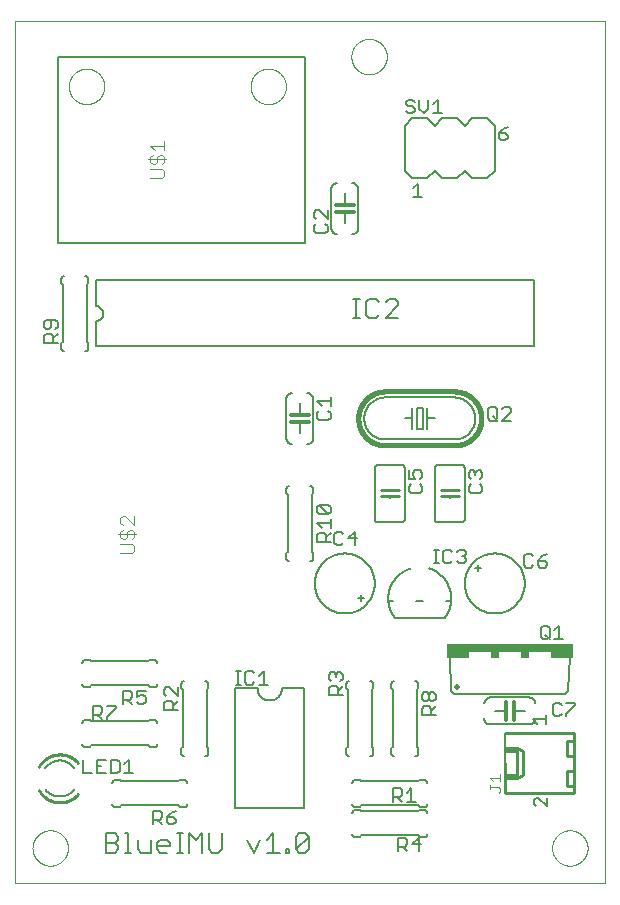
<source format=gto>
G75*
%MOIN*%
%OFA0B0*%
%FSLAX25Y25*%
%IPPOS*%
%LPD*%
%AMOC8*
5,1,8,0,0,1.08239X$1,22.5*
%
%ADD10C,0.00000*%
%ADD11C,0.00600*%
%ADD12C,0.00500*%
%ADD13C,0.01000*%
%ADD14C,0.02000*%
%ADD15R,0.42000X0.03000*%
%ADD16R,0.07500X0.02000*%
%ADD17R,0.03000X0.02000*%
%ADD18C,0.00400*%
%ADD19C,0.00700*%
%ADD20C,0.01200*%
%ADD21C,0.01600*%
D10*
X0019478Y0006800D02*
X0019478Y0294202D01*
X0216329Y0294202D01*
X0216329Y0006800D01*
X0019478Y0006800D01*
X0025383Y0018611D02*
X0025385Y0018764D01*
X0025391Y0018918D01*
X0025401Y0019071D01*
X0025415Y0019223D01*
X0025433Y0019376D01*
X0025455Y0019527D01*
X0025480Y0019678D01*
X0025510Y0019829D01*
X0025544Y0019979D01*
X0025581Y0020127D01*
X0025622Y0020275D01*
X0025667Y0020421D01*
X0025716Y0020567D01*
X0025769Y0020711D01*
X0025825Y0020853D01*
X0025885Y0020994D01*
X0025949Y0021134D01*
X0026016Y0021272D01*
X0026087Y0021408D01*
X0026162Y0021542D01*
X0026239Y0021674D01*
X0026321Y0021804D01*
X0026405Y0021932D01*
X0026493Y0022058D01*
X0026584Y0022181D01*
X0026678Y0022302D01*
X0026776Y0022420D01*
X0026876Y0022536D01*
X0026980Y0022649D01*
X0027086Y0022760D01*
X0027195Y0022868D01*
X0027307Y0022973D01*
X0027421Y0023074D01*
X0027539Y0023173D01*
X0027658Y0023269D01*
X0027780Y0023362D01*
X0027905Y0023451D01*
X0028032Y0023538D01*
X0028161Y0023620D01*
X0028292Y0023700D01*
X0028425Y0023776D01*
X0028560Y0023849D01*
X0028697Y0023918D01*
X0028836Y0023983D01*
X0028976Y0024045D01*
X0029118Y0024103D01*
X0029261Y0024158D01*
X0029406Y0024209D01*
X0029552Y0024256D01*
X0029699Y0024299D01*
X0029847Y0024338D01*
X0029996Y0024374D01*
X0030146Y0024405D01*
X0030297Y0024433D01*
X0030448Y0024457D01*
X0030601Y0024477D01*
X0030753Y0024493D01*
X0030906Y0024505D01*
X0031059Y0024513D01*
X0031212Y0024517D01*
X0031366Y0024517D01*
X0031519Y0024513D01*
X0031672Y0024505D01*
X0031825Y0024493D01*
X0031977Y0024477D01*
X0032130Y0024457D01*
X0032281Y0024433D01*
X0032432Y0024405D01*
X0032582Y0024374D01*
X0032731Y0024338D01*
X0032879Y0024299D01*
X0033026Y0024256D01*
X0033172Y0024209D01*
X0033317Y0024158D01*
X0033460Y0024103D01*
X0033602Y0024045D01*
X0033742Y0023983D01*
X0033881Y0023918D01*
X0034018Y0023849D01*
X0034153Y0023776D01*
X0034286Y0023700D01*
X0034417Y0023620D01*
X0034546Y0023538D01*
X0034673Y0023451D01*
X0034798Y0023362D01*
X0034920Y0023269D01*
X0035039Y0023173D01*
X0035157Y0023074D01*
X0035271Y0022973D01*
X0035383Y0022868D01*
X0035492Y0022760D01*
X0035598Y0022649D01*
X0035702Y0022536D01*
X0035802Y0022420D01*
X0035900Y0022302D01*
X0035994Y0022181D01*
X0036085Y0022058D01*
X0036173Y0021932D01*
X0036257Y0021804D01*
X0036339Y0021674D01*
X0036416Y0021542D01*
X0036491Y0021408D01*
X0036562Y0021272D01*
X0036629Y0021134D01*
X0036693Y0020994D01*
X0036753Y0020853D01*
X0036809Y0020711D01*
X0036862Y0020567D01*
X0036911Y0020421D01*
X0036956Y0020275D01*
X0036997Y0020127D01*
X0037034Y0019979D01*
X0037068Y0019829D01*
X0037098Y0019678D01*
X0037123Y0019527D01*
X0037145Y0019376D01*
X0037163Y0019223D01*
X0037177Y0019071D01*
X0037187Y0018918D01*
X0037193Y0018764D01*
X0037195Y0018611D01*
X0037193Y0018458D01*
X0037187Y0018304D01*
X0037177Y0018151D01*
X0037163Y0017999D01*
X0037145Y0017846D01*
X0037123Y0017695D01*
X0037098Y0017544D01*
X0037068Y0017393D01*
X0037034Y0017243D01*
X0036997Y0017095D01*
X0036956Y0016947D01*
X0036911Y0016801D01*
X0036862Y0016655D01*
X0036809Y0016511D01*
X0036753Y0016369D01*
X0036693Y0016228D01*
X0036629Y0016088D01*
X0036562Y0015950D01*
X0036491Y0015814D01*
X0036416Y0015680D01*
X0036339Y0015548D01*
X0036257Y0015418D01*
X0036173Y0015290D01*
X0036085Y0015164D01*
X0035994Y0015041D01*
X0035900Y0014920D01*
X0035802Y0014802D01*
X0035702Y0014686D01*
X0035598Y0014573D01*
X0035492Y0014462D01*
X0035383Y0014354D01*
X0035271Y0014249D01*
X0035157Y0014148D01*
X0035039Y0014049D01*
X0034920Y0013953D01*
X0034798Y0013860D01*
X0034673Y0013771D01*
X0034546Y0013684D01*
X0034417Y0013602D01*
X0034286Y0013522D01*
X0034153Y0013446D01*
X0034018Y0013373D01*
X0033881Y0013304D01*
X0033742Y0013239D01*
X0033602Y0013177D01*
X0033460Y0013119D01*
X0033317Y0013064D01*
X0033172Y0013013D01*
X0033026Y0012966D01*
X0032879Y0012923D01*
X0032731Y0012884D01*
X0032582Y0012848D01*
X0032432Y0012817D01*
X0032281Y0012789D01*
X0032130Y0012765D01*
X0031977Y0012745D01*
X0031825Y0012729D01*
X0031672Y0012717D01*
X0031519Y0012709D01*
X0031366Y0012705D01*
X0031212Y0012705D01*
X0031059Y0012709D01*
X0030906Y0012717D01*
X0030753Y0012729D01*
X0030601Y0012745D01*
X0030448Y0012765D01*
X0030297Y0012789D01*
X0030146Y0012817D01*
X0029996Y0012848D01*
X0029847Y0012884D01*
X0029699Y0012923D01*
X0029552Y0012966D01*
X0029406Y0013013D01*
X0029261Y0013064D01*
X0029118Y0013119D01*
X0028976Y0013177D01*
X0028836Y0013239D01*
X0028697Y0013304D01*
X0028560Y0013373D01*
X0028425Y0013446D01*
X0028292Y0013522D01*
X0028161Y0013602D01*
X0028032Y0013684D01*
X0027905Y0013771D01*
X0027780Y0013860D01*
X0027658Y0013953D01*
X0027539Y0014049D01*
X0027421Y0014148D01*
X0027307Y0014249D01*
X0027195Y0014354D01*
X0027086Y0014462D01*
X0026980Y0014573D01*
X0026876Y0014686D01*
X0026776Y0014802D01*
X0026678Y0014920D01*
X0026584Y0015041D01*
X0026493Y0015164D01*
X0026405Y0015290D01*
X0026321Y0015418D01*
X0026239Y0015548D01*
X0026162Y0015680D01*
X0026087Y0015814D01*
X0026016Y0015950D01*
X0025949Y0016088D01*
X0025885Y0016228D01*
X0025825Y0016369D01*
X0025769Y0016511D01*
X0025716Y0016655D01*
X0025667Y0016801D01*
X0025622Y0016947D01*
X0025581Y0017095D01*
X0025544Y0017243D01*
X0025510Y0017393D01*
X0025480Y0017544D01*
X0025455Y0017695D01*
X0025433Y0017846D01*
X0025415Y0017999D01*
X0025401Y0018151D01*
X0025391Y0018304D01*
X0025385Y0018458D01*
X0025383Y0018611D01*
X0198612Y0018611D02*
X0198614Y0018764D01*
X0198620Y0018918D01*
X0198630Y0019071D01*
X0198644Y0019223D01*
X0198662Y0019376D01*
X0198684Y0019527D01*
X0198709Y0019678D01*
X0198739Y0019829D01*
X0198773Y0019979D01*
X0198810Y0020127D01*
X0198851Y0020275D01*
X0198896Y0020421D01*
X0198945Y0020567D01*
X0198998Y0020711D01*
X0199054Y0020853D01*
X0199114Y0020994D01*
X0199178Y0021134D01*
X0199245Y0021272D01*
X0199316Y0021408D01*
X0199391Y0021542D01*
X0199468Y0021674D01*
X0199550Y0021804D01*
X0199634Y0021932D01*
X0199722Y0022058D01*
X0199813Y0022181D01*
X0199907Y0022302D01*
X0200005Y0022420D01*
X0200105Y0022536D01*
X0200209Y0022649D01*
X0200315Y0022760D01*
X0200424Y0022868D01*
X0200536Y0022973D01*
X0200650Y0023074D01*
X0200768Y0023173D01*
X0200887Y0023269D01*
X0201009Y0023362D01*
X0201134Y0023451D01*
X0201261Y0023538D01*
X0201390Y0023620D01*
X0201521Y0023700D01*
X0201654Y0023776D01*
X0201789Y0023849D01*
X0201926Y0023918D01*
X0202065Y0023983D01*
X0202205Y0024045D01*
X0202347Y0024103D01*
X0202490Y0024158D01*
X0202635Y0024209D01*
X0202781Y0024256D01*
X0202928Y0024299D01*
X0203076Y0024338D01*
X0203225Y0024374D01*
X0203375Y0024405D01*
X0203526Y0024433D01*
X0203677Y0024457D01*
X0203830Y0024477D01*
X0203982Y0024493D01*
X0204135Y0024505D01*
X0204288Y0024513D01*
X0204441Y0024517D01*
X0204595Y0024517D01*
X0204748Y0024513D01*
X0204901Y0024505D01*
X0205054Y0024493D01*
X0205206Y0024477D01*
X0205359Y0024457D01*
X0205510Y0024433D01*
X0205661Y0024405D01*
X0205811Y0024374D01*
X0205960Y0024338D01*
X0206108Y0024299D01*
X0206255Y0024256D01*
X0206401Y0024209D01*
X0206546Y0024158D01*
X0206689Y0024103D01*
X0206831Y0024045D01*
X0206971Y0023983D01*
X0207110Y0023918D01*
X0207247Y0023849D01*
X0207382Y0023776D01*
X0207515Y0023700D01*
X0207646Y0023620D01*
X0207775Y0023538D01*
X0207902Y0023451D01*
X0208027Y0023362D01*
X0208149Y0023269D01*
X0208268Y0023173D01*
X0208386Y0023074D01*
X0208500Y0022973D01*
X0208612Y0022868D01*
X0208721Y0022760D01*
X0208827Y0022649D01*
X0208931Y0022536D01*
X0209031Y0022420D01*
X0209129Y0022302D01*
X0209223Y0022181D01*
X0209314Y0022058D01*
X0209402Y0021932D01*
X0209486Y0021804D01*
X0209568Y0021674D01*
X0209645Y0021542D01*
X0209720Y0021408D01*
X0209791Y0021272D01*
X0209858Y0021134D01*
X0209922Y0020994D01*
X0209982Y0020853D01*
X0210038Y0020711D01*
X0210091Y0020567D01*
X0210140Y0020421D01*
X0210185Y0020275D01*
X0210226Y0020127D01*
X0210263Y0019979D01*
X0210297Y0019829D01*
X0210327Y0019678D01*
X0210352Y0019527D01*
X0210374Y0019376D01*
X0210392Y0019223D01*
X0210406Y0019071D01*
X0210416Y0018918D01*
X0210422Y0018764D01*
X0210424Y0018611D01*
X0210422Y0018458D01*
X0210416Y0018304D01*
X0210406Y0018151D01*
X0210392Y0017999D01*
X0210374Y0017846D01*
X0210352Y0017695D01*
X0210327Y0017544D01*
X0210297Y0017393D01*
X0210263Y0017243D01*
X0210226Y0017095D01*
X0210185Y0016947D01*
X0210140Y0016801D01*
X0210091Y0016655D01*
X0210038Y0016511D01*
X0209982Y0016369D01*
X0209922Y0016228D01*
X0209858Y0016088D01*
X0209791Y0015950D01*
X0209720Y0015814D01*
X0209645Y0015680D01*
X0209568Y0015548D01*
X0209486Y0015418D01*
X0209402Y0015290D01*
X0209314Y0015164D01*
X0209223Y0015041D01*
X0209129Y0014920D01*
X0209031Y0014802D01*
X0208931Y0014686D01*
X0208827Y0014573D01*
X0208721Y0014462D01*
X0208612Y0014354D01*
X0208500Y0014249D01*
X0208386Y0014148D01*
X0208268Y0014049D01*
X0208149Y0013953D01*
X0208027Y0013860D01*
X0207902Y0013771D01*
X0207775Y0013684D01*
X0207646Y0013602D01*
X0207515Y0013522D01*
X0207382Y0013446D01*
X0207247Y0013373D01*
X0207110Y0013304D01*
X0206971Y0013239D01*
X0206831Y0013177D01*
X0206689Y0013119D01*
X0206546Y0013064D01*
X0206401Y0013013D01*
X0206255Y0012966D01*
X0206108Y0012923D01*
X0205960Y0012884D01*
X0205811Y0012848D01*
X0205661Y0012817D01*
X0205510Y0012789D01*
X0205359Y0012765D01*
X0205206Y0012745D01*
X0205054Y0012729D01*
X0204901Y0012717D01*
X0204748Y0012709D01*
X0204595Y0012705D01*
X0204441Y0012705D01*
X0204288Y0012709D01*
X0204135Y0012717D01*
X0203982Y0012729D01*
X0203830Y0012745D01*
X0203677Y0012765D01*
X0203526Y0012789D01*
X0203375Y0012817D01*
X0203225Y0012848D01*
X0203076Y0012884D01*
X0202928Y0012923D01*
X0202781Y0012966D01*
X0202635Y0013013D01*
X0202490Y0013064D01*
X0202347Y0013119D01*
X0202205Y0013177D01*
X0202065Y0013239D01*
X0201926Y0013304D01*
X0201789Y0013373D01*
X0201654Y0013446D01*
X0201521Y0013522D01*
X0201390Y0013602D01*
X0201261Y0013684D01*
X0201134Y0013771D01*
X0201009Y0013860D01*
X0200887Y0013953D01*
X0200768Y0014049D01*
X0200650Y0014148D01*
X0200536Y0014249D01*
X0200424Y0014354D01*
X0200315Y0014462D01*
X0200209Y0014573D01*
X0200105Y0014686D01*
X0200005Y0014802D01*
X0199907Y0014920D01*
X0199813Y0015041D01*
X0199722Y0015164D01*
X0199634Y0015290D01*
X0199550Y0015418D01*
X0199468Y0015548D01*
X0199391Y0015680D01*
X0199316Y0015814D01*
X0199245Y0015950D01*
X0199178Y0016088D01*
X0199114Y0016228D01*
X0199054Y0016369D01*
X0198998Y0016511D01*
X0198945Y0016655D01*
X0198896Y0016801D01*
X0198851Y0016947D01*
X0198810Y0017095D01*
X0198773Y0017243D01*
X0198739Y0017393D01*
X0198709Y0017544D01*
X0198684Y0017695D01*
X0198662Y0017846D01*
X0198644Y0017999D01*
X0198630Y0018151D01*
X0198620Y0018304D01*
X0198614Y0018458D01*
X0198612Y0018611D01*
X0098061Y0272469D02*
X0098063Y0272622D01*
X0098069Y0272776D01*
X0098079Y0272929D01*
X0098093Y0273081D01*
X0098111Y0273234D01*
X0098133Y0273385D01*
X0098158Y0273536D01*
X0098188Y0273687D01*
X0098222Y0273837D01*
X0098259Y0273985D01*
X0098300Y0274133D01*
X0098345Y0274279D01*
X0098394Y0274425D01*
X0098447Y0274569D01*
X0098503Y0274711D01*
X0098563Y0274852D01*
X0098627Y0274992D01*
X0098694Y0275130D01*
X0098765Y0275266D01*
X0098840Y0275400D01*
X0098917Y0275532D01*
X0098999Y0275662D01*
X0099083Y0275790D01*
X0099171Y0275916D01*
X0099262Y0276039D01*
X0099356Y0276160D01*
X0099454Y0276278D01*
X0099554Y0276394D01*
X0099658Y0276507D01*
X0099764Y0276618D01*
X0099873Y0276726D01*
X0099985Y0276831D01*
X0100099Y0276932D01*
X0100217Y0277031D01*
X0100336Y0277127D01*
X0100458Y0277220D01*
X0100583Y0277309D01*
X0100710Y0277396D01*
X0100839Y0277478D01*
X0100970Y0277558D01*
X0101103Y0277634D01*
X0101238Y0277707D01*
X0101375Y0277776D01*
X0101514Y0277841D01*
X0101654Y0277903D01*
X0101796Y0277961D01*
X0101939Y0278016D01*
X0102084Y0278067D01*
X0102230Y0278114D01*
X0102377Y0278157D01*
X0102525Y0278196D01*
X0102674Y0278232D01*
X0102824Y0278263D01*
X0102975Y0278291D01*
X0103126Y0278315D01*
X0103279Y0278335D01*
X0103431Y0278351D01*
X0103584Y0278363D01*
X0103737Y0278371D01*
X0103890Y0278375D01*
X0104044Y0278375D01*
X0104197Y0278371D01*
X0104350Y0278363D01*
X0104503Y0278351D01*
X0104655Y0278335D01*
X0104808Y0278315D01*
X0104959Y0278291D01*
X0105110Y0278263D01*
X0105260Y0278232D01*
X0105409Y0278196D01*
X0105557Y0278157D01*
X0105704Y0278114D01*
X0105850Y0278067D01*
X0105995Y0278016D01*
X0106138Y0277961D01*
X0106280Y0277903D01*
X0106420Y0277841D01*
X0106559Y0277776D01*
X0106696Y0277707D01*
X0106831Y0277634D01*
X0106964Y0277558D01*
X0107095Y0277478D01*
X0107224Y0277396D01*
X0107351Y0277309D01*
X0107476Y0277220D01*
X0107598Y0277127D01*
X0107717Y0277031D01*
X0107835Y0276932D01*
X0107949Y0276831D01*
X0108061Y0276726D01*
X0108170Y0276618D01*
X0108276Y0276507D01*
X0108380Y0276394D01*
X0108480Y0276278D01*
X0108578Y0276160D01*
X0108672Y0276039D01*
X0108763Y0275916D01*
X0108851Y0275790D01*
X0108935Y0275662D01*
X0109017Y0275532D01*
X0109094Y0275400D01*
X0109169Y0275266D01*
X0109240Y0275130D01*
X0109307Y0274992D01*
X0109371Y0274852D01*
X0109431Y0274711D01*
X0109487Y0274569D01*
X0109540Y0274425D01*
X0109589Y0274279D01*
X0109634Y0274133D01*
X0109675Y0273985D01*
X0109712Y0273837D01*
X0109746Y0273687D01*
X0109776Y0273536D01*
X0109801Y0273385D01*
X0109823Y0273234D01*
X0109841Y0273081D01*
X0109855Y0272929D01*
X0109865Y0272776D01*
X0109871Y0272622D01*
X0109873Y0272469D01*
X0109871Y0272316D01*
X0109865Y0272162D01*
X0109855Y0272009D01*
X0109841Y0271857D01*
X0109823Y0271704D01*
X0109801Y0271553D01*
X0109776Y0271402D01*
X0109746Y0271251D01*
X0109712Y0271101D01*
X0109675Y0270953D01*
X0109634Y0270805D01*
X0109589Y0270659D01*
X0109540Y0270513D01*
X0109487Y0270369D01*
X0109431Y0270227D01*
X0109371Y0270086D01*
X0109307Y0269946D01*
X0109240Y0269808D01*
X0109169Y0269672D01*
X0109094Y0269538D01*
X0109017Y0269406D01*
X0108935Y0269276D01*
X0108851Y0269148D01*
X0108763Y0269022D01*
X0108672Y0268899D01*
X0108578Y0268778D01*
X0108480Y0268660D01*
X0108380Y0268544D01*
X0108276Y0268431D01*
X0108170Y0268320D01*
X0108061Y0268212D01*
X0107949Y0268107D01*
X0107835Y0268006D01*
X0107717Y0267907D01*
X0107598Y0267811D01*
X0107476Y0267718D01*
X0107351Y0267629D01*
X0107224Y0267542D01*
X0107095Y0267460D01*
X0106964Y0267380D01*
X0106831Y0267304D01*
X0106696Y0267231D01*
X0106559Y0267162D01*
X0106420Y0267097D01*
X0106280Y0267035D01*
X0106138Y0266977D01*
X0105995Y0266922D01*
X0105850Y0266871D01*
X0105704Y0266824D01*
X0105557Y0266781D01*
X0105409Y0266742D01*
X0105260Y0266706D01*
X0105110Y0266675D01*
X0104959Y0266647D01*
X0104808Y0266623D01*
X0104655Y0266603D01*
X0104503Y0266587D01*
X0104350Y0266575D01*
X0104197Y0266567D01*
X0104044Y0266563D01*
X0103890Y0266563D01*
X0103737Y0266567D01*
X0103584Y0266575D01*
X0103431Y0266587D01*
X0103279Y0266603D01*
X0103126Y0266623D01*
X0102975Y0266647D01*
X0102824Y0266675D01*
X0102674Y0266706D01*
X0102525Y0266742D01*
X0102377Y0266781D01*
X0102230Y0266824D01*
X0102084Y0266871D01*
X0101939Y0266922D01*
X0101796Y0266977D01*
X0101654Y0267035D01*
X0101514Y0267097D01*
X0101375Y0267162D01*
X0101238Y0267231D01*
X0101103Y0267304D01*
X0100970Y0267380D01*
X0100839Y0267460D01*
X0100710Y0267542D01*
X0100583Y0267629D01*
X0100458Y0267718D01*
X0100336Y0267811D01*
X0100217Y0267907D01*
X0100099Y0268006D01*
X0099985Y0268107D01*
X0099873Y0268212D01*
X0099764Y0268320D01*
X0099658Y0268431D01*
X0099554Y0268544D01*
X0099454Y0268660D01*
X0099356Y0268778D01*
X0099262Y0268899D01*
X0099171Y0269022D01*
X0099083Y0269148D01*
X0098999Y0269276D01*
X0098917Y0269406D01*
X0098840Y0269538D01*
X0098765Y0269672D01*
X0098694Y0269808D01*
X0098627Y0269946D01*
X0098563Y0270086D01*
X0098503Y0270227D01*
X0098447Y0270369D01*
X0098394Y0270513D01*
X0098345Y0270659D01*
X0098300Y0270805D01*
X0098259Y0270953D01*
X0098222Y0271101D01*
X0098188Y0271251D01*
X0098158Y0271402D01*
X0098133Y0271553D01*
X0098111Y0271704D01*
X0098093Y0271857D01*
X0098079Y0272009D01*
X0098069Y0272162D01*
X0098063Y0272316D01*
X0098061Y0272469D01*
X0131683Y0282391D02*
X0131685Y0282544D01*
X0131691Y0282698D01*
X0131701Y0282851D01*
X0131715Y0283003D01*
X0131733Y0283156D01*
X0131755Y0283307D01*
X0131780Y0283458D01*
X0131810Y0283609D01*
X0131844Y0283759D01*
X0131881Y0283907D01*
X0131922Y0284055D01*
X0131967Y0284201D01*
X0132016Y0284347D01*
X0132069Y0284491D01*
X0132125Y0284633D01*
X0132185Y0284774D01*
X0132249Y0284914D01*
X0132316Y0285052D01*
X0132387Y0285188D01*
X0132462Y0285322D01*
X0132539Y0285454D01*
X0132621Y0285584D01*
X0132705Y0285712D01*
X0132793Y0285838D01*
X0132884Y0285961D01*
X0132978Y0286082D01*
X0133076Y0286200D01*
X0133176Y0286316D01*
X0133280Y0286429D01*
X0133386Y0286540D01*
X0133495Y0286648D01*
X0133607Y0286753D01*
X0133721Y0286854D01*
X0133839Y0286953D01*
X0133958Y0287049D01*
X0134080Y0287142D01*
X0134205Y0287231D01*
X0134332Y0287318D01*
X0134461Y0287400D01*
X0134592Y0287480D01*
X0134725Y0287556D01*
X0134860Y0287629D01*
X0134997Y0287698D01*
X0135136Y0287763D01*
X0135276Y0287825D01*
X0135418Y0287883D01*
X0135561Y0287938D01*
X0135706Y0287989D01*
X0135852Y0288036D01*
X0135999Y0288079D01*
X0136147Y0288118D01*
X0136296Y0288154D01*
X0136446Y0288185D01*
X0136597Y0288213D01*
X0136748Y0288237D01*
X0136901Y0288257D01*
X0137053Y0288273D01*
X0137206Y0288285D01*
X0137359Y0288293D01*
X0137512Y0288297D01*
X0137666Y0288297D01*
X0137819Y0288293D01*
X0137972Y0288285D01*
X0138125Y0288273D01*
X0138277Y0288257D01*
X0138430Y0288237D01*
X0138581Y0288213D01*
X0138732Y0288185D01*
X0138882Y0288154D01*
X0139031Y0288118D01*
X0139179Y0288079D01*
X0139326Y0288036D01*
X0139472Y0287989D01*
X0139617Y0287938D01*
X0139760Y0287883D01*
X0139902Y0287825D01*
X0140042Y0287763D01*
X0140181Y0287698D01*
X0140318Y0287629D01*
X0140453Y0287556D01*
X0140586Y0287480D01*
X0140717Y0287400D01*
X0140846Y0287318D01*
X0140973Y0287231D01*
X0141098Y0287142D01*
X0141220Y0287049D01*
X0141339Y0286953D01*
X0141457Y0286854D01*
X0141571Y0286753D01*
X0141683Y0286648D01*
X0141792Y0286540D01*
X0141898Y0286429D01*
X0142002Y0286316D01*
X0142102Y0286200D01*
X0142200Y0286082D01*
X0142294Y0285961D01*
X0142385Y0285838D01*
X0142473Y0285712D01*
X0142557Y0285584D01*
X0142639Y0285454D01*
X0142716Y0285322D01*
X0142791Y0285188D01*
X0142862Y0285052D01*
X0142929Y0284914D01*
X0142993Y0284774D01*
X0143053Y0284633D01*
X0143109Y0284491D01*
X0143162Y0284347D01*
X0143211Y0284201D01*
X0143256Y0284055D01*
X0143297Y0283907D01*
X0143334Y0283759D01*
X0143368Y0283609D01*
X0143398Y0283458D01*
X0143423Y0283307D01*
X0143445Y0283156D01*
X0143463Y0283003D01*
X0143477Y0282851D01*
X0143487Y0282698D01*
X0143493Y0282544D01*
X0143495Y0282391D01*
X0143493Y0282238D01*
X0143487Y0282084D01*
X0143477Y0281931D01*
X0143463Y0281779D01*
X0143445Y0281626D01*
X0143423Y0281475D01*
X0143398Y0281324D01*
X0143368Y0281173D01*
X0143334Y0281023D01*
X0143297Y0280875D01*
X0143256Y0280727D01*
X0143211Y0280581D01*
X0143162Y0280435D01*
X0143109Y0280291D01*
X0143053Y0280149D01*
X0142993Y0280008D01*
X0142929Y0279868D01*
X0142862Y0279730D01*
X0142791Y0279594D01*
X0142716Y0279460D01*
X0142639Y0279328D01*
X0142557Y0279198D01*
X0142473Y0279070D01*
X0142385Y0278944D01*
X0142294Y0278821D01*
X0142200Y0278700D01*
X0142102Y0278582D01*
X0142002Y0278466D01*
X0141898Y0278353D01*
X0141792Y0278242D01*
X0141683Y0278134D01*
X0141571Y0278029D01*
X0141457Y0277928D01*
X0141339Y0277829D01*
X0141220Y0277733D01*
X0141098Y0277640D01*
X0140973Y0277551D01*
X0140846Y0277464D01*
X0140717Y0277382D01*
X0140586Y0277302D01*
X0140453Y0277226D01*
X0140318Y0277153D01*
X0140181Y0277084D01*
X0140042Y0277019D01*
X0139902Y0276957D01*
X0139760Y0276899D01*
X0139617Y0276844D01*
X0139472Y0276793D01*
X0139326Y0276746D01*
X0139179Y0276703D01*
X0139031Y0276664D01*
X0138882Y0276628D01*
X0138732Y0276597D01*
X0138581Y0276569D01*
X0138430Y0276545D01*
X0138277Y0276525D01*
X0138125Y0276509D01*
X0137972Y0276497D01*
X0137819Y0276489D01*
X0137666Y0276485D01*
X0137512Y0276485D01*
X0137359Y0276489D01*
X0137206Y0276497D01*
X0137053Y0276509D01*
X0136901Y0276525D01*
X0136748Y0276545D01*
X0136597Y0276569D01*
X0136446Y0276597D01*
X0136296Y0276628D01*
X0136147Y0276664D01*
X0135999Y0276703D01*
X0135852Y0276746D01*
X0135706Y0276793D01*
X0135561Y0276844D01*
X0135418Y0276899D01*
X0135276Y0276957D01*
X0135136Y0277019D01*
X0134997Y0277084D01*
X0134860Y0277153D01*
X0134725Y0277226D01*
X0134592Y0277302D01*
X0134461Y0277382D01*
X0134332Y0277464D01*
X0134205Y0277551D01*
X0134080Y0277640D01*
X0133958Y0277733D01*
X0133839Y0277829D01*
X0133721Y0277928D01*
X0133607Y0278029D01*
X0133495Y0278134D01*
X0133386Y0278242D01*
X0133280Y0278353D01*
X0133176Y0278466D01*
X0133076Y0278582D01*
X0132978Y0278700D01*
X0132884Y0278821D01*
X0132793Y0278944D01*
X0132705Y0279070D01*
X0132621Y0279198D01*
X0132539Y0279328D01*
X0132462Y0279460D01*
X0132387Y0279594D01*
X0132316Y0279730D01*
X0132249Y0279868D01*
X0132185Y0280008D01*
X0132125Y0280149D01*
X0132069Y0280291D01*
X0132016Y0280435D01*
X0131967Y0280581D01*
X0131922Y0280727D01*
X0131881Y0280875D01*
X0131844Y0281023D01*
X0131810Y0281173D01*
X0131780Y0281324D01*
X0131755Y0281475D01*
X0131733Y0281626D01*
X0131715Y0281779D01*
X0131701Y0281931D01*
X0131691Y0282084D01*
X0131685Y0282238D01*
X0131683Y0282391D01*
X0037509Y0272469D02*
X0037511Y0272622D01*
X0037517Y0272776D01*
X0037527Y0272929D01*
X0037541Y0273081D01*
X0037559Y0273234D01*
X0037581Y0273385D01*
X0037606Y0273536D01*
X0037636Y0273687D01*
X0037670Y0273837D01*
X0037707Y0273985D01*
X0037748Y0274133D01*
X0037793Y0274279D01*
X0037842Y0274425D01*
X0037895Y0274569D01*
X0037951Y0274711D01*
X0038011Y0274852D01*
X0038075Y0274992D01*
X0038142Y0275130D01*
X0038213Y0275266D01*
X0038288Y0275400D01*
X0038365Y0275532D01*
X0038447Y0275662D01*
X0038531Y0275790D01*
X0038619Y0275916D01*
X0038710Y0276039D01*
X0038804Y0276160D01*
X0038902Y0276278D01*
X0039002Y0276394D01*
X0039106Y0276507D01*
X0039212Y0276618D01*
X0039321Y0276726D01*
X0039433Y0276831D01*
X0039547Y0276932D01*
X0039665Y0277031D01*
X0039784Y0277127D01*
X0039906Y0277220D01*
X0040031Y0277309D01*
X0040158Y0277396D01*
X0040287Y0277478D01*
X0040418Y0277558D01*
X0040551Y0277634D01*
X0040686Y0277707D01*
X0040823Y0277776D01*
X0040962Y0277841D01*
X0041102Y0277903D01*
X0041244Y0277961D01*
X0041387Y0278016D01*
X0041532Y0278067D01*
X0041678Y0278114D01*
X0041825Y0278157D01*
X0041973Y0278196D01*
X0042122Y0278232D01*
X0042272Y0278263D01*
X0042423Y0278291D01*
X0042574Y0278315D01*
X0042727Y0278335D01*
X0042879Y0278351D01*
X0043032Y0278363D01*
X0043185Y0278371D01*
X0043338Y0278375D01*
X0043492Y0278375D01*
X0043645Y0278371D01*
X0043798Y0278363D01*
X0043951Y0278351D01*
X0044103Y0278335D01*
X0044256Y0278315D01*
X0044407Y0278291D01*
X0044558Y0278263D01*
X0044708Y0278232D01*
X0044857Y0278196D01*
X0045005Y0278157D01*
X0045152Y0278114D01*
X0045298Y0278067D01*
X0045443Y0278016D01*
X0045586Y0277961D01*
X0045728Y0277903D01*
X0045868Y0277841D01*
X0046007Y0277776D01*
X0046144Y0277707D01*
X0046279Y0277634D01*
X0046412Y0277558D01*
X0046543Y0277478D01*
X0046672Y0277396D01*
X0046799Y0277309D01*
X0046924Y0277220D01*
X0047046Y0277127D01*
X0047165Y0277031D01*
X0047283Y0276932D01*
X0047397Y0276831D01*
X0047509Y0276726D01*
X0047618Y0276618D01*
X0047724Y0276507D01*
X0047828Y0276394D01*
X0047928Y0276278D01*
X0048026Y0276160D01*
X0048120Y0276039D01*
X0048211Y0275916D01*
X0048299Y0275790D01*
X0048383Y0275662D01*
X0048465Y0275532D01*
X0048542Y0275400D01*
X0048617Y0275266D01*
X0048688Y0275130D01*
X0048755Y0274992D01*
X0048819Y0274852D01*
X0048879Y0274711D01*
X0048935Y0274569D01*
X0048988Y0274425D01*
X0049037Y0274279D01*
X0049082Y0274133D01*
X0049123Y0273985D01*
X0049160Y0273837D01*
X0049194Y0273687D01*
X0049224Y0273536D01*
X0049249Y0273385D01*
X0049271Y0273234D01*
X0049289Y0273081D01*
X0049303Y0272929D01*
X0049313Y0272776D01*
X0049319Y0272622D01*
X0049321Y0272469D01*
X0049319Y0272316D01*
X0049313Y0272162D01*
X0049303Y0272009D01*
X0049289Y0271857D01*
X0049271Y0271704D01*
X0049249Y0271553D01*
X0049224Y0271402D01*
X0049194Y0271251D01*
X0049160Y0271101D01*
X0049123Y0270953D01*
X0049082Y0270805D01*
X0049037Y0270659D01*
X0048988Y0270513D01*
X0048935Y0270369D01*
X0048879Y0270227D01*
X0048819Y0270086D01*
X0048755Y0269946D01*
X0048688Y0269808D01*
X0048617Y0269672D01*
X0048542Y0269538D01*
X0048465Y0269406D01*
X0048383Y0269276D01*
X0048299Y0269148D01*
X0048211Y0269022D01*
X0048120Y0268899D01*
X0048026Y0268778D01*
X0047928Y0268660D01*
X0047828Y0268544D01*
X0047724Y0268431D01*
X0047618Y0268320D01*
X0047509Y0268212D01*
X0047397Y0268107D01*
X0047283Y0268006D01*
X0047165Y0267907D01*
X0047046Y0267811D01*
X0046924Y0267718D01*
X0046799Y0267629D01*
X0046672Y0267542D01*
X0046543Y0267460D01*
X0046412Y0267380D01*
X0046279Y0267304D01*
X0046144Y0267231D01*
X0046007Y0267162D01*
X0045868Y0267097D01*
X0045728Y0267035D01*
X0045586Y0266977D01*
X0045443Y0266922D01*
X0045298Y0266871D01*
X0045152Y0266824D01*
X0045005Y0266781D01*
X0044857Y0266742D01*
X0044708Y0266706D01*
X0044558Y0266675D01*
X0044407Y0266647D01*
X0044256Y0266623D01*
X0044103Y0266603D01*
X0043951Y0266587D01*
X0043798Y0266575D01*
X0043645Y0266567D01*
X0043492Y0266563D01*
X0043338Y0266563D01*
X0043185Y0266567D01*
X0043032Y0266575D01*
X0042879Y0266587D01*
X0042727Y0266603D01*
X0042574Y0266623D01*
X0042423Y0266647D01*
X0042272Y0266675D01*
X0042122Y0266706D01*
X0041973Y0266742D01*
X0041825Y0266781D01*
X0041678Y0266824D01*
X0041532Y0266871D01*
X0041387Y0266922D01*
X0041244Y0266977D01*
X0041102Y0267035D01*
X0040962Y0267097D01*
X0040823Y0267162D01*
X0040686Y0267231D01*
X0040551Y0267304D01*
X0040418Y0267380D01*
X0040287Y0267460D01*
X0040158Y0267542D01*
X0040031Y0267629D01*
X0039906Y0267718D01*
X0039784Y0267811D01*
X0039665Y0267907D01*
X0039547Y0268006D01*
X0039433Y0268107D01*
X0039321Y0268212D01*
X0039212Y0268320D01*
X0039106Y0268431D01*
X0039002Y0268544D01*
X0038902Y0268660D01*
X0038804Y0268778D01*
X0038710Y0268899D01*
X0038619Y0269022D01*
X0038531Y0269148D01*
X0038447Y0269276D01*
X0038365Y0269406D01*
X0038288Y0269538D01*
X0038213Y0269672D01*
X0038142Y0269808D01*
X0038075Y0269946D01*
X0038011Y0270086D01*
X0037951Y0270227D01*
X0037895Y0270369D01*
X0037842Y0270513D01*
X0037793Y0270659D01*
X0037748Y0270805D01*
X0037707Y0270953D01*
X0037670Y0271101D01*
X0037636Y0271251D01*
X0037606Y0271402D01*
X0037581Y0271553D01*
X0037559Y0271704D01*
X0037541Y0271857D01*
X0037527Y0272009D01*
X0037517Y0272162D01*
X0037511Y0272316D01*
X0037509Y0272469D01*
D11*
X0035978Y0209300D02*
X0035918Y0209298D01*
X0035857Y0209293D01*
X0035798Y0209284D01*
X0035739Y0209271D01*
X0035680Y0209255D01*
X0035623Y0209235D01*
X0035568Y0209212D01*
X0035513Y0209185D01*
X0035461Y0209156D01*
X0035410Y0209123D01*
X0035361Y0209087D01*
X0035315Y0209049D01*
X0035271Y0209007D01*
X0035229Y0208963D01*
X0035191Y0208917D01*
X0035155Y0208868D01*
X0035122Y0208817D01*
X0035093Y0208765D01*
X0035066Y0208710D01*
X0035043Y0208655D01*
X0035023Y0208598D01*
X0035007Y0208539D01*
X0034994Y0208480D01*
X0034985Y0208421D01*
X0034980Y0208360D01*
X0034978Y0208300D01*
X0034978Y0206800D01*
X0035478Y0206300D01*
X0035478Y0187300D01*
X0034978Y0186800D01*
X0034978Y0185300D01*
X0034980Y0185240D01*
X0034985Y0185179D01*
X0034994Y0185120D01*
X0035007Y0185061D01*
X0035023Y0185002D01*
X0035043Y0184945D01*
X0035066Y0184890D01*
X0035093Y0184835D01*
X0035122Y0184783D01*
X0035155Y0184732D01*
X0035191Y0184683D01*
X0035229Y0184637D01*
X0035271Y0184593D01*
X0035315Y0184551D01*
X0035361Y0184513D01*
X0035410Y0184477D01*
X0035461Y0184444D01*
X0035513Y0184415D01*
X0035568Y0184388D01*
X0035623Y0184365D01*
X0035680Y0184345D01*
X0035739Y0184329D01*
X0035798Y0184316D01*
X0035857Y0184307D01*
X0035918Y0184302D01*
X0035978Y0184300D01*
X0042978Y0184300D02*
X0043038Y0184302D01*
X0043099Y0184307D01*
X0043158Y0184316D01*
X0043217Y0184329D01*
X0043276Y0184345D01*
X0043333Y0184365D01*
X0043388Y0184388D01*
X0043443Y0184415D01*
X0043495Y0184444D01*
X0043546Y0184477D01*
X0043595Y0184513D01*
X0043641Y0184551D01*
X0043685Y0184593D01*
X0043727Y0184637D01*
X0043765Y0184683D01*
X0043801Y0184732D01*
X0043834Y0184783D01*
X0043863Y0184835D01*
X0043890Y0184890D01*
X0043913Y0184945D01*
X0043933Y0185002D01*
X0043949Y0185061D01*
X0043962Y0185120D01*
X0043971Y0185179D01*
X0043976Y0185240D01*
X0043978Y0185300D01*
X0043978Y0186800D01*
X0043478Y0187300D01*
X0043478Y0206300D01*
X0043978Y0206800D01*
X0043978Y0208300D01*
X0043976Y0208360D01*
X0043971Y0208421D01*
X0043962Y0208480D01*
X0043949Y0208539D01*
X0043933Y0208598D01*
X0043913Y0208655D01*
X0043890Y0208710D01*
X0043863Y0208765D01*
X0043834Y0208817D01*
X0043801Y0208868D01*
X0043765Y0208917D01*
X0043727Y0208963D01*
X0043685Y0209007D01*
X0043641Y0209049D01*
X0043595Y0209087D01*
X0043546Y0209123D01*
X0043495Y0209156D01*
X0043443Y0209185D01*
X0043388Y0209212D01*
X0043333Y0209235D01*
X0043276Y0209255D01*
X0043217Y0209271D01*
X0043158Y0209284D01*
X0043099Y0209293D01*
X0043038Y0209298D01*
X0042978Y0209300D01*
X0046478Y0207800D02*
X0192478Y0207800D01*
X0192478Y0185800D01*
X0046478Y0185800D01*
X0046478Y0194300D01*
X0046576Y0194302D01*
X0046674Y0194308D01*
X0046772Y0194317D01*
X0046869Y0194331D01*
X0046966Y0194348D01*
X0047062Y0194369D01*
X0047157Y0194394D01*
X0047251Y0194422D01*
X0047343Y0194455D01*
X0047435Y0194490D01*
X0047525Y0194530D01*
X0047613Y0194572D01*
X0047700Y0194619D01*
X0047784Y0194668D01*
X0047867Y0194721D01*
X0047947Y0194777D01*
X0048026Y0194837D01*
X0048102Y0194899D01*
X0048175Y0194964D01*
X0048246Y0195032D01*
X0048314Y0195103D01*
X0048379Y0195176D01*
X0048441Y0195252D01*
X0048501Y0195331D01*
X0048557Y0195411D01*
X0048610Y0195494D01*
X0048659Y0195578D01*
X0048706Y0195665D01*
X0048748Y0195753D01*
X0048788Y0195843D01*
X0048823Y0195935D01*
X0048856Y0196027D01*
X0048884Y0196121D01*
X0048909Y0196216D01*
X0048930Y0196312D01*
X0048947Y0196409D01*
X0048961Y0196506D01*
X0048970Y0196604D01*
X0048976Y0196702D01*
X0048978Y0196800D01*
X0048976Y0196898D01*
X0048970Y0196996D01*
X0048961Y0197094D01*
X0048947Y0197191D01*
X0048930Y0197288D01*
X0048909Y0197384D01*
X0048884Y0197479D01*
X0048856Y0197573D01*
X0048823Y0197665D01*
X0048788Y0197757D01*
X0048748Y0197847D01*
X0048706Y0197935D01*
X0048659Y0198022D01*
X0048610Y0198106D01*
X0048557Y0198189D01*
X0048501Y0198269D01*
X0048441Y0198348D01*
X0048379Y0198424D01*
X0048314Y0198497D01*
X0048246Y0198568D01*
X0048175Y0198636D01*
X0048102Y0198701D01*
X0048026Y0198763D01*
X0047947Y0198823D01*
X0047867Y0198879D01*
X0047784Y0198932D01*
X0047700Y0198981D01*
X0047613Y0199028D01*
X0047525Y0199070D01*
X0047435Y0199110D01*
X0047343Y0199145D01*
X0047251Y0199178D01*
X0047157Y0199206D01*
X0047062Y0199231D01*
X0046966Y0199252D01*
X0046869Y0199269D01*
X0046772Y0199283D01*
X0046674Y0199292D01*
X0046576Y0199298D01*
X0046478Y0199300D01*
X0046478Y0207800D01*
X0109978Y0168300D02*
X0109978Y0155300D01*
X0109980Y0155213D01*
X0109986Y0155126D01*
X0109995Y0155039D01*
X0110008Y0154953D01*
X0110025Y0154867D01*
X0110046Y0154782D01*
X0110071Y0154699D01*
X0110099Y0154616D01*
X0110130Y0154535D01*
X0110165Y0154455D01*
X0110204Y0154377D01*
X0110246Y0154300D01*
X0110291Y0154225D01*
X0110340Y0154153D01*
X0110391Y0154082D01*
X0110446Y0154014D01*
X0110503Y0153949D01*
X0110564Y0153886D01*
X0110627Y0153825D01*
X0110692Y0153768D01*
X0110760Y0153713D01*
X0110831Y0153662D01*
X0110903Y0153613D01*
X0110978Y0153568D01*
X0111055Y0153526D01*
X0111133Y0153487D01*
X0111213Y0153452D01*
X0111294Y0153421D01*
X0111377Y0153393D01*
X0111460Y0153368D01*
X0111545Y0153347D01*
X0111631Y0153330D01*
X0111717Y0153317D01*
X0111804Y0153308D01*
X0111891Y0153302D01*
X0111978Y0153300D01*
X0114478Y0156800D02*
X0114478Y0160500D01*
X0114478Y0163000D02*
X0114478Y0166800D01*
X0111978Y0170300D02*
X0111891Y0170298D01*
X0111804Y0170292D01*
X0111717Y0170283D01*
X0111631Y0170270D01*
X0111545Y0170253D01*
X0111460Y0170232D01*
X0111377Y0170207D01*
X0111294Y0170179D01*
X0111213Y0170148D01*
X0111133Y0170113D01*
X0111055Y0170074D01*
X0110978Y0170032D01*
X0110903Y0169987D01*
X0110831Y0169938D01*
X0110760Y0169887D01*
X0110692Y0169832D01*
X0110627Y0169775D01*
X0110564Y0169714D01*
X0110503Y0169651D01*
X0110446Y0169586D01*
X0110391Y0169518D01*
X0110340Y0169447D01*
X0110291Y0169375D01*
X0110246Y0169300D01*
X0110204Y0169223D01*
X0110165Y0169145D01*
X0110130Y0169065D01*
X0110099Y0168984D01*
X0110071Y0168901D01*
X0110046Y0168818D01*
X0110025Y0168733D01*
X0110008Y0168647D01*
X0109995Y0168561D01*
X0109986Y0168474D01*
X0109980Y0168387D01*
X0109978Y0168300D01*
X0116978Y0170300D02*
X0117065Y0170298D01*
X0117152Y0170292D01*
X0117239Y0170283D01*
X0117325Y0170270D01*
X0117411Y0170253D01*
X0117496Y0170232D01*
X0117579Y0170207D01*
X0117662Y0170179D01*
X0117743Y0170148D01*
X0117823Y0170113D01*
X0117901Y0170074D01*
X0117978Y0170032D01*
X0118053Y0169987D01*
X0118125Y0169938D01*
X0118196Y0169887D01*
X0118264Y0169832D01*
X0118329Y0169775D01*
X0118392Y0169714D01*
X0118453Y0169651D01*
X0118510Y0169586D01*
X0118565Y0169518D01*
X0118616Y0169447D01*
X0118665Y0169375D01*
X0118710Y0169300D01*
X0118752Y0169223D01*
X0118791Y0169145D01*
X0118826Y0169065D01*
X0118857Y0168984D01*
X0118885Y0168901D01*
X0118910Y0168818D01*
X0118931Y0168733D01*
X0118948Y0168647D01*
X0118961Y0168561D01*
X0118970Y0168474D01*
X0118976Y0168387D01*
X0118978Y0168300D01*
X0118978Y0155300D01*
X0118976Y0155213D01*
X0118970Y0155126D01*
X0118961Y0155039D01*
X0118948Y0154953D01*
X0118931Y0154867D01*
X0118910Y0154782D01*
X0118885Y0154699D01*
X0118857Y0154616D01*
X0118826Y0154535D01*
X0118791Y0154455D01*
X0118752Y0154377D01*
X0118710Y0154300D01*
X0118665Y0154225D01*
X0118616Y0154153D01*
X0118565Y0154082D01*
X0118510Y0154014D01*
X0118453Y0153949D01*
X0118392Y0153886D01*
X0118329Y0153825D01*
X0118264Y0153768D01*
X0118196Y0153713D01*
X0118125Y0153662D01*
X0118053Y0153613D01*
X0117978Y0153568D01*
X0117901Y0153526D01*
X0117823Y0153487D01*
X0117743Y0153452D01*
X0117662Y0153421D01*
X0117579Y0153393D01*
X0117496Y0153368D01*
X0117411Y0153347D01*
X0117325Y0153330D01*
X0117239Y0153317D01*
X0117152Y0153308D01*
X0117065Y0153302D01*
X0116978Y0153300D01*
X0117978Y0139300D02*
X0118038Y0139298D01*
X0118099Y0139293D01*
X0118158Y0139284D01*
X0118217Y0139271D01*
X0118276Y0139255D01*
X0118333Y0139235D01*
X0118388Y0139212D01*
X0118443Y0139185D01*
X0118495Y0139156D01*
X0118546Y0139123D01*
X0118595Y0139087D01*
X0118641Y0139049D01*
X0118685Y0139007D01*
X0118727Y0138963D01*
X0118765Y0138917D01*
X0118801Y0138868D01*
X0118834Y0138817D01*
X0118863Y0138765D01*
X0118890Y0138710D01*
X0118913Y0138655D01*
X0118933Y0138598D01*
X0118949Y0138539D01*
X0118962Y0138480D01*
X0118971Y0138421D01*
X0118976Y0138360D01*
X0118978Y0138300D01*
X0118978Y0136800D01*
X0118478Y0136300D01*
X0118478Y0117300D01*
X0118978Y0116800D01*
X0118978Y0115300D01*
X0118976Y0115240D01*
X0118971Y0115179D01*
X0118962Y0115120D01*
X0118949Y0115061D01*
X0118933Y0115002D01*
X0118913Y0114945D01*
X0118890Y0114890D01*
X0118863Y0114835D01*
X0118834Y0114783D01*
X0118801Y0114732D01*
X0118765Y0114683D01*
X0118727Y0114637D01*
X0118685Y0114593D01*
X0118641Y0114551D01*
X0118595Y0114513D01*
X0118546Y0114477D01*
X0118495Y0114444D01*
X0118443Y0114415D01*
X0118388Y0114388D01*
X0118333Y0114365D01*
X0118276Y0114345D01*
X0118217Y0114329D01*
X0118158Y0114316D01*
X0118099Y0114307D01*
X0118038Y0114302D01*
X0117978Y0114300D01*
X0110978Y0114300D02*
X0110918Y0114302D01*
X0110857Y0114307D01*
X0110798Y0114316D01*
X0110739Y0114329D01*
X0110680Y0114345D01*
X0110623Y0114365D01*
X0110568Y0114388D01*
X0110513Y0114415D01*
X0110461Y0114444D01*
X0110410Y0114477D01*
X0110361Y0114513D01*
X0110315Y0114551D01*
X0110271Y0114593D01*
X0110229Y0114637D01*
X0110191Y0114683D01*
X0110155Y0114732D01*
X0110122Y0114783D01*
X0110093Y0114835D01*
X0110066Y0114890D01*
X0110043Y0114945D01*
X0110023Y0115002D01*
X0110007Y0115061D01*
X0109994Y0115120D01*
X0109985Y0115179D01*
X0109980Y0115240D01*
X0109978Y0115300D01*
X0109978Y0116800D01*
X0110478Y0117300D01*
X0110478Y0136300D01*
X0109978Y0136800D01*
X0109978Y0138300D01*
X0109980Y0138360D01*
X0109985Y0138421D01*
X0109994Y0138480D01*
X0110007Y0138539D01*
X0110023Y0138598D01*
X0110043Y0138655D01*
X0110066Y0138710D01*
X0110093Y0138765D01*
X0110122Y0138817D01*
X0110155Y0138868D01*
X0110191Y0138917D01*
X0110229Y0138963D01*
X0110271Y0139007D01*
X0110315Y0139049D01*
X0110361Y0139087D01*
X0110410Y0139123D01*
X0110461Y0139156D01*
X0110513Y0139185D01*
X0110568Y0139212D01*
X0110623Y0139235D01*
X0110680Y0139255D01*
X0110739Y0139271D01*
X0110798Y0139284D01*
X0110857Y0139293D01*
X0110918Y0139298D01*
X0110978Y0139300D01*
X0119478Y0106800D02*
X0119481Y0107045D01*
X0119490Y0107291D01*
X0119505Y0107536D01*
X0119526Y0107780D01*
X0119553Y0108024D01*
X0119586Y0108267D01*
X0119625Y0108510D01*
X0119670Y0108751D01*
X0119721Y0108991D01*
X0119778Y0109230D01*
X0119840Y0109467D01*
X0119909Y0109703D01*
X0119983Y0109937D01*
X0120063Y0110169D01*
X0120148Y0110399D01*
X0120239Y0110627D01*
X0120336Y0110852D01*
X0120438Y0111076D01*
X0120546Y0111296D01*
X0120659Y0111514D01*
X0120777Y0111729D01*
X0120901Y0111941D01*
X0121029Y0112150D01*
X0121163Y0112356D01*
X0121302Y0112558D01*
X0121446Y0112757D01*
X0121595Y0112952D01*
X0121748Y0113144D01*
X0121906Y0113332D01*
X0122068Y0113516D01*
X0122236Y0113695D01*
X0122407Y0113871D01*
X0122583Y0114042D01*
X0122762Y0114210D01*
X0122946Y0114372D01*
X0123134Y0114530D01*
X0123326Y0114683D01*
X0123521Y0114832D01*
X0123720Y0114976D01*
X0123922Y0115115D01*
X0124128Y0115249D01*
X0124337Y0115377D01*
X0124549Y0115501D01*
X0124764Y0115619D01*
X0124982Y0115732D01*
X0125202Y0115840D01*
X0125426Y0115942D01*
X0125651Y0116039D01*
X0125879Y0116130D01*
X0126109Y0116215D01*
X0126341Y0116295D01*
X0126575Y0116369D01*
X0126811Y0116438D01*
X0127048Y0116500D01*
X0127287Y0116557D01*
X0127527Y0116608D01*
X0127768Y0116653D01*
X0128011Y0116692D01*
X0128254Y0116725D01*
X0128498Y0116752D01*
X0128742Y0116773D01*
X0128987Y0116788D01*
X0129233Y0116797D01*
X0129478Y0116800D01*
X0129723Y0116797D01*
X0129969Y0116788D01*
X0130214Y0116773D01*
X0130458Y0116752D01*
X0130702Y0116725D01*
X0130945Y0116692D01*
X0131188Y0116653D01*
X0131429Y0116608D01*
X0131669Y0116557D01*
X0131908Y0116500D01*
X0132145Y0116438D01*
X0132381Y0116369D01*
X0132615Y0116295D01*
X0132847Y0116215D01*
X0133077Y0116130D01*
X0133305Y0116039D01*
X0133530Y0115942D01*
X0133754Y0115840D01*
X0133974Y0115732D01*
X0134192Y0115619D01*
X0134407Y0115501D01*
X0134619Y0115377D01*
X0134828Y0115249D01*
X0135034Y0115115D01*
X0135236Y0114976D01*
X0135435Y0114832D01*
X0135630Y0114683D01*
X0135822Y0114530D01*
X0136010Y0114372D01*
X0136194Y0114210D01*
X0136373Y0114042D01*
X0136549Y0113871D01*
X0136720Y0113695D01*
X0136888Y0113516D01*
X0137050Y0113332D01*
X0137208Y0113144D01*
X0137361Y0112952D01*
X0137510Y0112757D01*
X0137654Y0112558D01*
X0137793Y0112356D01*
X0137927Y0112150D01*
X0138055Y0111941D01*
X0138179Y0111729D01*
X0138297Y0111514D01*
X0138410Y0111296D01*
X0138518Y0111076D01*
X0138620Y0110852D01*
X0138717Y0110627D01*
X0138808Y0110399D01*
X0138893Y0110169D01*
X0138973Y0109937D01*
X0139047Y0109703D01*
X0139116Y0109467D01*
X0139178Y0109230D01*
X0139235Y0108991D01*
X0139286Y0108751D01*
X0139331Y0108510D01*
X0139370Y0108267D01*
X0139403Y0108024D01*
X0139430Y0107780D01*
X0139451Y0107536D01*
X0139466Y0107291D01*
X0139475Y0107045D01*
X0139478Y0106800D01*
X0139475Y0106555D01*
X0139466Y0106309D01*
X0139451Y0106064D01*
X0139430Y0105820D01*
X0139403Y0105576D01*
X0139370Y0105333D01*
X0139331Y0105090D01*
X0139286Y0104849D01*
X0139235Y0104609D01*
X0139178Y0104370D01*
X0139116Y0104133D01*
X0139047Y0103897D01*
X0138973Y0103663D01*
X0138893Y0103431D01*
X0138808Y0103201D01*
X0138717Y0102973D01*
X0138620Y0102748D01*
X0138518Y0102524D01*
X0138410Y0102304D01*
X0138297Y0102086D01*
X0138179Y0101871D01*
X0138055Y0101659D01*
X0137927Y0101450D01*
X0137793Y0101244D01*
X0137654Y0101042D01*
X0137510Y0100843D01*
X0137361Y0100648D01*
X0137208Y0100456D01*
X0137050Y0100268D01*
X0136888Y0100084D01*
X0136720Y0099905D01*
X0136549Y0099729D01*
X0136373Y0099558D01*
X0136194Y0099390D01*
X0136010Y0099228D01*
X0135822Y0099070D01*
X0135630Y0098917D01*
X0135435Y0098768D01*
X0135236Y0098624D01*
X0135034Y0098485D01*
X0134828Y0098351D01*
X0134619Y0098223D01*
X0134407Y0098099D01*
X0134192Y0097981D01*
X0133974Y0097868D01*
X0133754Y0097760D01*
X0133530Y0097658D01*
X0133305Y0097561D01*
X0133077Y0097470D01*
X0132847Y0097385D01*
X0132615Y0097305D01*
X0132381Y0097231D01*
X0132145Y0097162D01*
X0131908Y0097100D01*
X0131669Y0097043D01*
X0131429Y0096992D01*
X0131188Y0096947D01*
X0130945Y0096908D01*
X0130702Y0096875D01*
X0130458Y0096848D01*
X0130214Y0096827D01*
X0129969Y0096812D01*
X0129723Y0096803D01*
X0129478Y0096800D01*
X0129233Y0096803D01*
X0128987Y0096812D01*
X0128742Y0096827D01*
X0128498Y0096848D01*
X0128254Y0096875D01*
X0128011Y0096908D01*
X0127768Y0096947D01*
X0127527Y0096992D01*
X0127287Y0097043D01*
X0127048Y0097100D01*
X0126811Y0097162D01*
X0126575Y0097231D01*
X0126341Y0097305D01*
X0126109Y0097385D01*
X0125879Y0097470D01*
X0125651Y0097561D01*
X0125426Y0097658D01*
X0125202Y0097760D01*
X0124982Y0097868D01*
X0124764Y0097981D01*
X0124549Y0098099D01*
X0124337Y0098223D01*
X0124128Y0098351D01*
X0123922Y0098485D01*
X0123720Y0098624D01*
X0123521Y0098768D01*
X0123326Y0098917D01*
X0123134Y0099070D01*
X0122946Y0099228D01*
X0122762Y0099390D01*
X0122583Y0099558D01*
X0122407Y0099729D01*
X0122236Y0099905D01*
X0122068Y0100084D01*
X0121906Y0100268D01*
X0121748Y0100456D01*
X0121595Y0100648D01*
X0121446Y0100843D01*
X0121302Y0101042D01*
X0121163Y0101244D01*
X0121029Y0101450D01*
X0120901Y0101659D01*
X0120777Y0101871D01*
X0120659Y0102086D01*
X0120546Y0102304D01*
X0120438Y0102524D01*
X0120336Y0102748D01*
X0120239Y0102973D01*
X0120148Y0103201D01*
X0120063Y0103431D01*
X0119983Y0103663D01*
X0119909Y0103897D01*
X0119840Y0104133D01*
X0119778Y0104370D01*
X0119721Y0104609D01*
X0119670Y0104849D01*
X0119625Y0105090D01*
X0119586Y0105333D01*
X0119553Y0105576D01*
X0119526Y0105820D01*
X0119505Y0106064D01*
X0119490Y0106309D01*
X0119481Y0106555D01*
X0119478Y0106800D01*
X0133978Y0101800D02*
X0134978Y0101800D01*
X0134978Y0100800D01*
X0134978Y0101800D02*
X0134978Y0102800D01*
X0134978Y0101800D02*
X0135978Y0101800D01*
X0144026Y0100800D02*
X0145604Y0100800D01*
X0146230Y0095300D02*
X0162726Y0095300D01*
X0163352Y0100800D02*
X0164931Y0100800D01*
X0155604Y0100800D02*
X0153352Y0100800D01*
X0146230Y0095300D02*
X0146075Y0095502D01*
X0145925Y0095707D01*
X0145779Y0095916D01*
X0145639Y0096129D01*
X0145505Y0096344D01*
X0145375Y0096564D01*
X0145251Y0096786D01*
X0145132Y0097011D01*
X0145019Y0097239D01*
X0144911Y0097469D01*
X0144809Y0097702D01*
X0144712Y0097938D01*
X0144621Y0098175D01*
X0144536Y0098415D01*
X0144457Y0098657D01*
X0144384Y0098901D01*
X0144317Y0099146D01*
X0144256Y0099393D01*
X0144200Y0099642D01*
X0144151Y0099891D01*
X0144108Y0100142D01*
X0144071Y0100394D01*
X0144040Y0100647D01*
X0144015Y0100900D01*
X0143996Y0101154D01*
X0143983Y0101408D01*
X0143977Y0101662D01*
X0143977Y0101917D01*
X0143983Y0102171D01*
X0143995Y0102425D01*
X0144013Y0102679D01*
X0144037Y0102933D01*
X0144068Y0103185D01*
X0144104Y0103437D01*
X0144147Y0103688D01*
X0144196Y0103938D01*
X0144251Y0104186D01*
X0144312Y0104433D01*
X0144378Y0104679D01*
X0144451Y0104923D01*
X0144530Y0105165D01*
X0144614Y0105405D01*
X0144704Y0105643D01*
X0144800Y0105878D01*
X0144902Y0106112D01*
X0145009Y0106343D01*
X0145122Y0106571D01*
X0145241Y0106796D01*
X0145364Y0107018D01*
X0145494Y0107238D01*
X0145628Y0107454D01*
X0145768Y0107666D01*
X0145912Y0107876D01*
X0146062Y0108081D01*
X0146217Y0108284D01*
X0146376Y0108482D01*
X0146541Y0108676D01*
X0146710Y0108866D01*
X0146883Y0109053D01*
X0147061Y0109234D01*
X0147244Y0109412D01*
X0147430Y0109585D01*
X0147621Y0109754D01*
X0147816Y0109917D01*
X0148014Y0110076D01*
X0148217Y0110231D01*
X0148423Y0110380D01*
X0148633Y0110524D01*
X0148846Y0110663D01*
X0149062Y0110797D01*
X0149282Y0110925D01*
X0149505Y0111049D01*
X0149730Y0111166D01*
X0149959Y0111279D01*
X0150190Y0111385D01*
X0150423Y0111486D01*
X0150659Y0111582D01*
X0150897Y0111671D01*
X0151138Y0111755D01*
X0151380Y0111833D01*
X0157576Y0111833D02*
X0157818Y0111755D01*
X0158059Y0111671D01*
X0158297Y0111582D01*
X0158533Y0111486D01*
X0158766Y0111385D01*
X0158997Y0111279D01*
X0159226Y0111166D01*
X0159451Y0111049D01*
X0159674Y0110925D01*
X0159894Y0110797D01*
X0160110Y0110663D01*
X0160323Y0110524D01*
X0160533Y0110380D01*
X0160739Y0110231D01*
X0160942Y0110076D01*
X0161140Y0109917D01*
X0161335Y0109754D01*
X0161526Y0109585D01*
X0161712Y0109412D01*
X0161895Y0109234D01*
X0162073Y0109053D01*
X0162246Y0108866D01*
X0162415Y0108676D01*
X0162580Y0108482D01*
X0162739Y0108284D01*
X0162894Y0108081D01*
X0163044Y0107876D01*
X0163188Y0107666D01*
X0163328Y0107454D01*
X0163462Y0107238D01*
X0163592Y0107018D01*
X0163715Y0106796D01*
X0163834Y0106571D01*
X0163947Y0106343D01*
X0164054Y0106112D01*
X0164156Y0105878D01*
X0164252Y0105643D01*
X0164342Y0105405D01*
X0164426Y0105165D01*
X0164505Y0104923D01*
X0164578Y0104679D01*
X0164644Y0104433D01*
X0164705Y0104186D01*
X0164760Y0103938D01*
X0164809Y0103688D01*
X0164852Y0103437D01*
X0164888Y0103185D01*
X0164919Y0102933D01*
X0164943Y0102679D01*
X0164961Y0102425D01*
X0164973Y0102171D01*
X0164979Y0101917D01*
X0164979Y0101662D01*
X0164973Y0101408D01*
X0164960Y0101154D01*
X0164941Y0100900D01*
X0164916Y0100647D01*
X0164885Y0100394D01*
X0164848Y0100142D01*
X0164805Y0099891D01*
X0164756Y0099642D01*
X0164700Y0099393D01*
X0164639Y0099146D01*
X0164572Y0098901D01*
X0164499Y0098657D01*
X0164420Y0098415D01*
X0164335Y0098175D01*
X0164244Y0097938D01*
X0164147Y0097702D01*
X0164045Y0097469D01*
X0163937Y0097239D01*
X0163824Y0097011D01*
X0163705Y0096786D01*
X0163581Y0096564D01*
X0163451Y0096344D01*
X0163317Y0096129D01*
X0163177Y0095916D01*
X0163031Y0095707D01*
X0162881Y0095502D01*
X0162726Y0095300D01*
X0164478Y0082300D02*
X0164978Y0070800D01*
X0165978Y0069800D01*
X0202978Y0069800D01*
X0203978Y0070800D01*
X0204478Y0082300D01*
X0190978Y0068800D02*
X0177978Y0068800D01*
X0177891Y0068798D01*
X0177804Y0068792D01*
X0177717Y0068783D01*
X0177631Y0068770D01*
X0177545Y0068753D01*
X0177460Y0068732D01*
X0177377Y0068707D01*
X0177294Y0068679D01*
X0177213Y0068648D01*
X0177133Y0068613D01*
X0177055Y0068574D01*
X0176978Y0068532D01*
X0176903Y0068487D01*
X0176831Y0068438D01*
X0176760Y0068387D01*
X0176692Y0068332D01*
X0176627Y0068275D01*
X0176564Y0068214D01*
X0176503Y0068151D01*
X0176446Y0068086D01*
X0176391Y0068018D01*
X0176340Y0067947D01*
X0176291Y0067875D01*
X0176246Y0067800D01*
X0176204Y0067723D01*
X0176165Y0067645D01*
X0176130Y0067565D01*
X0176099Y0067484D01*
X0176071Y0067401D01*
X0176046Y0067318D01*
X0176025Y0067233D01*
X0176008Y0067147D01*
X0175995Y0067061D01*
X0175986Y0066974D01*
X0175980Y0066887D01*
X0175978Y0066800D01*
X0179478Y0064300D02*
X0183278Y0064300D01*
X0185778Y0064300D02*
X0189478Y0064300D01*
X0192978Y0061800D02*
X0192976Y0061713D01*
X0192970Y0061626D01*
X0192961Y0061539D01*
X0192948Y0061453D01*
X0192931Y0061367D01*
X0192910Y0061282D01*
X0192885Y0061199D01*
X0192857Y0061116D01*
X0192826Y0061035D01*
X0192791Y0060955D01*
X0192752Y0060877D01*
X0192710Y0060800D01*
X0192665Y0060725D01*
X0192616Y0060653D01*
X0192565Y0060582D01*
X0192510Y0060514D01*
X0192453Y0060449D01*
X0192392Y0060386D01*
X0192329Y0060325D01*
X0192264Y0060268D01*
X0192196Y0060213D01*
X0192125Y0060162D01*
X0192053Y0060113D01*
X0191978Y0060068D01*
X0191901Y0060026D01*
X0191823Y0059987D01*
X0191743Y0059952D01*
X0191662Y0059921D01*
X0191579Y0059893D01*
X0191496Y0059868D01*
X0191411Y0059847D01*
X0191325Y0059830D01*
X0191239Y0059817D01*
X0191152Y0059808D01*
X0191065Y0059802D01*
X0190978Y0059800D01*
X0177978Y0059800D01*
X0177891Y0059802D01*
X0177804Y0059808D01*
X0177717Y0059817D01*
X0177631Y0059830D01*
X0177545Y0059847D01*
X0177460Y0059868D01*
X0177377Y0059893D01*
X0177294Y0059921D01*
X0177213Y0059952D01*
X0177133Y0059987D01*
X0177055Y0060026D01*
X0176978Y0060068D01*
X0176903Y0060113D01*
X0176831Y0060162D01*
X0176760Y0060213D01*
X0176692Y0060268D01*
X0176627Y0060325D01*
X0176564Y0060386D01*
X0176503Y0060449D01*
X0176446Y0060514D01*
X0176391Y0060582D01*
X0176340Y0060653D01*
X0176291Y0060725D01*
X0176246Y0060800D01*
X0176204Y0060877D01*
X0176165Y0060955D01*
X0176130Y0061035D01*
X0176099Y0061116D01*
X0176071Y0061199D01*
X0176046Y0061282D01*
X0176025Y0061367D01*
X0176008Y0061453D01*
X0175995Y0061539D01*
X0175986Y0061626D01*
X0175980Y0061713D01*
X0175978Y0061800D01*
X0190978Y0068800D02*
X0191065Y0068798D01*
X0191152Y0068792D01*
X0191239Y0068783D01*
X0191325Y0068770D01*
X0191411Y0068753D01*
X0191496Y0068732D01*
X0191579Y0068707D01*
X0191662Y0068679D01*
X0191743Y0068648D01*
X0191823Y0068613D01*
X0191901Y0068574D01*
X0191978Y0068532D01*
X0192053Y0068487D01*
X0192125Y0068438D01*
X0192196Y0068387D01*
X0192264Y0068332D01*
X0192329Y0068275D01*
X0192392Y0068214D01*
X0192453Y0068151D01*
X0192510Y0068086D01*
X0192565Y0068018D01*
X0192616Y0067947D01*
X0192665Y0067875D01*
X0192710Y0067800D01*
X0192752Y0067723D01*
X0192791Y0067645D01*
X0192826Y0067565D01*
X0192857Y0067484D01*
X0192885Y0067401D01*
X0192910Y0067318D01*
X0192931Y0067233D01*
X0192948Y0067147D01*
X0192961Y0067061D01*
X0192970Y0066974D01*
X0192976Y0066887D01*
X0192978Y0066800D01*
X0169478Y0106800D02*
X0169481Y0107045D01*
X0169490Y0107291D01*
X0169505Y0107536D01*
X0169526Y0107780D01*
X0169553Y0108024D01*
X0169586Y0108267D01*
X0169625Y0108510D01*
X0169670Y0108751D01*
X0169721Y0108991D01*
X0169778Y0109230D01*
X0169840Y0109467D01*
X0169909Y0109703D01*
X0169983Y0109937D01*
X0170063Y0110169D01*
X0170148Y0110399D01*
X0170239Y0110627D01*
X0170336Y0110852D01*
X0170438Y0111076D01*
X0170546Y0111296D01*
X0170659Y0111514D01*
X0170777Y0111729D01*
X0170901Y0111941D01*
X0171029Y0112150D01*
X0171163Y0112356D01*
X0171302Y0112558D01*
X0171446Y0112757D01*
X0171595Y0112952D01*
X0171748Y0113144D01*
X0171906Y0113332D01*
X0172068Y0113516D01*
X0172236Y0113695D01*
X0172407Y0113871D01*
X0172583Y0114042D01*
X0172762Y0114210D01*
X0172946Y0114372D01*
X0173134Y0114530D01*
X0173326Y0114683D01*
X0173521Y0114832D01*
X0173720Y0114976D01*
X0173922Y0115115D01*
X0174128Y0115249D01*
X0174337Y0115377D01*
X0174549Y0115501D01*
X0174764Y0115619D01*
X0174982Y0115732D01*
X0175202Y0115840D01*
X0175426Y0115942D01*
X0175651Y0116039D01*
X0175879Y0116130D01*
X0176109Y0116215D01*
X0176341Y0116295D01*
X0176575Y0116369D01*
X0176811Y0116438D01*
X0177048Y0116500D01*
X0177287Y0116557D01*
X0177527Y0116608D01*
X0177768Y0116653D01*
X0178011Y0116692D01*
X0178254Y0116725D01*
X0178498Y0116752D01*
X0178742Y0116773D01*
X0178987Y0116788D01*
X0179233Y0116797D01*
X0179478Y0116800D01*
X0179723Y0116797D01*
X0179969Y0116788D01*
X0180214Y0116773D01*
X0180458Y0116752D01*
X0180702Y0116725D01*
X0180945Y0116692D01*
X0181188Y0116653D01*
X0181429Y0116608D01*
X0181669Y0116557D01*
X0181908Y0116500D01*
X0182145Y0116438D01*
X0182381Y0116369D01*
X0182615Y0116295D01*
X0182847Y0116215D01*
X0183077Y0116130D01*
X0183305Y0116039D01*
X0183530Y0115942D01*
X0183754Y0115840D01*
X0183974Y0115732D01*
X0184192Y0115619D01*
X0184407Y0115501D01*
X0184619Y0115377D01*
X0184828Y0115249D01*
X0185034Y0115115D01*
X0185236Y0114976D01*
X0185435Y0114832D01*
X0185630Y0114683D01*
X0185822Y0114530D01*
X0186010Y0114372D01*
X0186194Y0114210D01*
X0186373Y0114042D01*
X0186549Y0113871D01*
X0186720Y0113695D01*
X0186888Y0113516D01*
X0187050Y0113332D01*
X0187208Y0113144D01*
X0187361Y0112952D01*
X0187510Y0112757D01*
X0187654Y0112558D01*
X0187793Y0112356D01*
X0187927Y0112150D01*
X0188055Y0111941D01*
X0188179Y0111729D01*
X0188297Y0111514D01*
X0188410Y0111296D01*
X0188518Y0111076D01*
X0188620Y0110852D01*
X0188717Y0110627D01*
X0188808Y0110399D01*
X0188893Y0110169D01*
X0188973Y0109937D01*
X0189047Y0109703D01*
X0189116Y0109467D01*
X0189178Y0109230D01*
X0189235Y0108991D01*
X0189286Y0108751D01*
X0189331Y0108510D01*
X0189370Y0108267D01*
X0189403Y0108024D01*
X0189430Y0107780D01*
X0189451Y0107536D01*
X0189466Y0107291D01*
X0189475Y0107045D01*
X0189478Y0106800D01*
X0189475Y0106555D01*
X0189466Y0106309D01*
X0189451Y0106064D01*
X0189430Y0105820D01*
X0189403Y0105576D01*
X0189370Y0105333D01*
X0189331Y0105090D01*
X0189286Y0104849D01*
X0189235Y0104609D01*
X0189178Y0104370D01*
X0189116Y0104133D01*
X0189047Y0103897D01*
X0188973Y0103663D01*
X0188893Y0103431D01*
X0188808Y0103201D01*
X0188717Y0102973D01*
X0188620Y0102748D01*
X0188518Y0102524D01*
X0188410Y0102304D01*
X0188297Y0102086D01*
X0188179Y0101871D01*
X0188055Y0101659D01*
X0187927Y0101450D01*
X0187793Y0101244D01*
X0187654Y0101042D01*
X0187510Y0100843D01*
X0187361Y0100648D01*
X0187208Y0100456D01*
X0187050Y0100268D01*
X0186888Y0100084D01*
X0186720Y0099905D01*
X0186549Y0099729D01*
X0186373Y0099558D01*
X0186194Y0099390D01*
X0186010Y0099228D01*
X0185822Y0099070D01*
X0185630Y0098917D01*
X0185435Y0098768D01*
X0185236Y0098624D01*
X0185034Y0098485D01*
X0184828Y0098351D01*
X0184619Y0098223D01*
X0184407Y0098099D01*
X0184192Y0097981D01*
X0183974Y0097868D01*
X0183754Y0097760D01*
X0183530Y0097658D01*
X0183305Y0097561D01*
X0183077Y0097470D01*
X0182847Y0097385D01*
X0182615Y0097305D01*
X0182381Y0097231D01*
X0182145Y0097162D01*
X0181908Y0097100D01*
X0181669Y0097043D01*
X0181429Y0096992D01*
X0181188Y0096947D01*
X0180945Y0096908D01*
X0180702Y0096875D01*
X0180458Y0096848D01*
X0180214Y0096827D01*
X0179969Y0096812D01*
X0179723Y0096803D01*
X0179478Y0096800D01*
X0179233Y0096803D01*
X0178987Y0096812D01*
X0178742Y0096827D01*
X0178498Y0096848D01*
X0178254Y0096875D01*
X0178011Y0096908D01*
X0177768Y0096947D01*
X0177527Y0096992D01*
X0177287Y0097043D01*
X0177048Y0097100D01*
X0176811Y0097162D01*
X0176575Y0097231D01*
X0176341Y0097305D01*
X0176109Y0097385D01*
X0175879Y0097470D01*
X0175651Y0097561D01*
X0175426Y0097658D01*
X0175202Y0097760D01*
X0174982Y0097868D01*
X0174764Y0097981D01*
X0174549Y0098099D01*
X0174337Y0098223D01*
X0174128Y0098351D01*
X0173922Y0098485D01*
X0173720Y0098624D01*
X0173521Y0098768D01*
X0173326Y0098917D01*
X0173134Y0099070D01*
X0172946Y0099228D01*
X0172762Y0099390D01*
X0172583Y0099558D01*
X0172407Y0099729D01*
X0172236Y0099905D01*
X0172068Y0100084D01*
X0171906Y0100268D01*
X0171748Y0100456D01*
X0171595Y0100648D01*
X0171446Y0100843D01*
X0171302Y0101042D01*
X0171163Y0101244D01*
X0171029Y0101450D01*
X0170901Y0101659D01*
X0170777Y0101871D01*
X0170659Y0102086D01*
X0170546Y0102304D01*
X0170438Y0102524D01*
X0170336Y0102748D01*
X0170239Y0102973D01*
X0170148Y0103201D01*
X0170063Y0103431D01*
X0169983Y0103663D01*
X0169909Y0103897D01*
X0169840Y0104133D01*
X0169778Y0104370D01*
X0169721Y0104609D01*
X0169670Y0104849D01*
X0169625Y0105090D01*
X0169586Y0105333D01*
X0169553Y0105576D01*
X0169526Y0105820D01*
X0169505Y0106064D01*
X0169490Y0106309D01*
X0169481Y0106555D01*
X0169478Y0106800D01*
X0173978Y0110800D02*
X0173978Y0111800D01*
X0173978Y0112800D01*
X0173978Y0111800D02*
X0174978Y0111800D01*
X0173978Y0111800D02*
X0172978Y0111800D01*
X0168478Y0127300D02*
X0160478Y0127300D01*
X0160418Y0127302D01*
X0160357Y0127307D01*
X0160298Y0127316D01*
X0160239Y0127329D01*
X0160180Y0127345D01*
X0160123Y0127365D01*
X0160068Y0127388D01*
X0160013Y0127415D01*
X0159961Y0127444D01*
X0159910Y0127477D01*
X0159861Y0127513D01*
X0159815Y0127551D01*
X0159771Y0127593D01*
X0159729Y0127637D01*
X0159691Y0127683D01*
X0159655Y0127732D01*
X0159622Y0127783D01*
X0159593Y0127835D01*
X0159566Y0127890D01*
X0159543Y0127945D01*
X0159523Y0128002D01*
X0159507Y0128061D01*
X0159494Y0128120D01*
X0159485Y0128179D01*
X0159480Y0128240D01*
X0159478Y0128300D01*
X0159478Y0145300D01*
X0159480Y0145360D01*
X0159485Y0145421D01*
X0159494Y0145480D01*
X0159507Y0145539D01*
X0159523Y0145598D01*
X0159543Y0145655D01*
X0159566Y0145710D01*
X0159593Y0145765D01*
X0159622Y0145817D01*
X0159655Y0145868D01*
X0159691Y0145917D01*
X0159729Y0145963D01*
X0159771Y0146007D01*
X0159815Y0146049D01*
X0159861Y0146087D01*
X0159910Y0146123D01*
X0159961Y0146156D01*
X0160013Y0146185D01*
X0160068Y0146212D01*
X0160123Y0146235D01*
X0160180Y0146255D01*
X0160239Y0146271D01*
X0160298Y0146284D01*
X0160357Y0146293D01*
X0160418Y0146298D01*
X0160478Y0146300D01*
X0168478Y0146300D01*
X0168538Y0146298D01*
X0168599Y0146293D01*
X0168658Y0146284D01*
X0168717Y0146271D01*
X0168776Y0146255D01*
X0168833Y0146235D01*
X0168888Y0146212D01*
X0168943Y0146185D01*
X0168995Y0146156D01*
X0169046Y0146123D01*
X0169095Y0146087D01*
X0169141Y0146049D01*
X0169185Y0146007D01*
X0169227Y0145963D01*
X0169265Y0145917D01*
X0169301Y0145868D01*
X0169334Y0145817D01*
X0169363Y0145765D01*
X0169390Y0145710D01*
X0169413Y0145655D01*
X0169433Y0145598D01*
X0169449Y0145539D01*
X0169462Y0145480D01*
X0169471Y0145421D01*
X0169476Y0145360D01*
X0169478Y0145300D01*
X0169478Y0128300D01*
X0169476Y0128240D01*
X0169471Y0128179D01*
X0169462Y0128120D01*
X0169449Y0128061D01*
X0169433Y0128002D01*
X0169413Y0127945D01*
X0169390Y0127890D01*
X0169363Y0127835D01*
X0169334Y0127783D01*
X0169301Y0127732D01*
X0169265Y0127683D01*
X0169227Y0127637D01*
X0169185Y0127593D01*
X0169141Y0127551D01*
X0169095Y0127513D01*
X0169046Y0127477D01*
X0168995Y0127444D01*
X0168943Y0127415D01*
X0168888Y0127388D01*
X0168833Y0127365D01*
X0168776Y0127345D01*
X0168717Y0127329D01*
X0168658Y0127316D01*
X0168599Y0127307D01*
X0168538Y0127302D01*
X0168478Y0127300D01*
X0164478Y0135300D02*
X0164478Y0135800D01*
X0164478Y0137800D02*
X0164478Y0138300D01*
X0165978Y0154800D02*
X0142978Y0154800D01*
X0142808Y0154802D01*
X0142637Y0154808D01*
X0142467Y0154819D01*
X0142297Y0154833D01*
X0142128Y0154852D01*
X0141959Y0154875D01*
X0141790Y0154901D01*
X0141623Y0154932D01*
X0141456Y0154967D01*
X0141290Y0155007D01*
X0141125Y0155050D01*
X0140961Y0155097D01*
X0140799Y0155148D01*
X0140637Y0155203D01*
X0140477Y0155262D01*
X0140319Y0155325D01*
X0140162Y0155391D01*
X0140007Y0155462D01*
X0139853Y0155536D01*
X0139702Y0155614D01*
X0139552Y0155696D01*
X0139404Y0155781D01*
X0139259Y0155870D01*
X0139116Y0155962D01*
X0138975Y0156058D01*
X0138836Y0156157D01*
X0138700Y0156260D01*
X0138566Y0156365D01*
X0138435Y0156474D01*
X0138307Y0156587D01*
X0138181Y0156702D01*
X0138058Y0156820D01*
X0137939Y0156941D01*
X0137822Y0157066D01*
X0137708Y0157193D01*
X0137597Y0157322D01*
X0137490Y0157455D01*
X0137386Y0157590D01*
X0137285Y0157727D01*
X0137187Y0157867D01*
X0137093Y0158009D01*
X0137003Y0158153D01*
X0136916Y0158300D01*
X0136832Y0158449D01*
X0136753Y0158599D01*
X0136677Y0158752D01*
X0136604Y0158906D01*
X0136536Y0159062D01*
X0136471Y0159220D01*
X0136410Y0159379D01*
X0136353Y0159540D01*
X0136300Y0159702D01*
X0136251Y0159865D01*
X0136206Y0160029D01*
X0136165Y0160195D01*
X0136127Y0160361D01*
X0136094Y0160529D01*
X0136066Y0160697D01*
X0136041Y0160865D01*
X0136020Y0161034D01*
X0136003Y0161204D01*
X0135991Y0161374D01*
X0135983Y0161544D01*
X0135979Y0161715D01*
X0135979Y0161885D01*
X0135983Y0162056D01*
X0135991Y0162226D01*
X0136003Y0162396D01*
X0136020Y0162566D01*
X0136041Y0162735D01*
X0136066Y0162903D01*
X0136094Y0163071D01*
X0136127Y0163239D01*
X0136165Y0163405D01*
X0136206Y0163571D01*
X0136251Y0163735D01*
X0136300Y0163898D01*
X0136353Y0164060D01*
X0136410Y0164221D01*
X0136471Y0164380D01*
X0136536Y0164538D01*
X0136604Y0164694D01*
X0136677Y0164848D01*
X0136753Y0165001D01*
X0136832Y0165151D01*
X0136916Y0165300D01*
X0137003Y0165447D01*
X0137093Y0165591D01*
X0137187Y0165733D01*
X0137285Y0165873D01*
X0137386Y0166010D01*
X0137490Y0166145D01*
X0137597Y0166278D01*
X0137708Y0166407D01*
X0137822Y0166534D01*
X0137939Y0166659D01*
X0138058Y0166780D01*
X0138181Y0166898D01*
X0138307Y0167013D01*
X0138435Y0167126D01*
X0138566Y0167235D01*
X0138700Y0167340D01*
X0138836Y0167443D01*
X0138975Y0167542D01*
X0139116Y0167638D01*
X0139259Y0167730D01*
X0139404Y0167819D01*
X0139552Y0167904D01*
X0139702Y0167986D01*
X0139853Y0168064D01*
X0140007Y0168138D01*
X0140162Y0168209D01*
X0140319Y0168275D01*
X0140477Y0168338D01*
X0140637Y0168397D01*
X0140799Y0168452D01*
X0140961Y0168503D01*
X0141125Y0168550D01*
X0141290Y0168593D01*
X0141456Y0168633D01*
X0141623Y0168668D01*
X0141790Y0168699D01*
X0141959Y0168725D01*
X0142128Y0168748D01*
X0142297Y0168767D01*
X0142467Y0168781D01*
X0142637Y0168792D01*
X0142808Y0168798D01*
X0142978Y0168800D01*
X0165978Y0168800D01*
X0166148Y0168798D01*
X0166319Y0168792D01*
X0166489Y0168781D01*
X0166659Y0168767D01*
X0166828Y0168748D01*
X0166997Y0168725D01*
X0167166Y0168699D01*
X0167333Y0168668D01*
X0167500Y0168633D01*
X0167666Y0168593D01*
X0167831Y0168550D01*
X0167995Y0168503D01*
X0168157Y0168452D01*
X0168319Y0168397D01*
X0168479Y0168338D01*
X0168637Y0168275D01*
X0168794Y0168209D01*
X0168949Y0168138D01*
X0169103Y0168064D01*
X0169254Y0167986D01*
X0169404Y0167904D01*
X0169552Y0167819D01*
X0169697Y0167730D01*
X0169840Y0167638D01*
X0169981Y0167542D01*
X0170120Y0167443D01*
X0170256Y0167340D01*
X0170390Y0167235D01*
X0170521Y0167126D01*
X0170649Y0167013D01*
X0170775Y0166898D01*
X0170898Y0166780D01*
X0171017Y0166659D01*
X0171134Y0166534D01*
X0171248Y0166407D01*
X0171359Y0166278D01*
X0171466Y0166145D01*
X0171570Y0166010D01*
X0171671Y0165873D01*
X0171769Y0165733D01*
X0171863Y0165591D01*
X0171953Y0165447D01*
X0172040Y0165300D01*
X0172124Y0165151D01*
X0172203Y0165001D01*
X0172279Y0164848D01*
X0172352Y0164694D01*
X0172420Y0164538D01*
X0172485Y0164380D01*
X0172546Y0164221D01*
X0172603Y0164060D01*
X0172656Y0163898D01*
X0172705Y0163735D01*
X0172750Y0163571D01*
X0172791Y0163405D01*
X0172829Y0163239D01*
X0172862Y0163071D01*
X0172890Y0162903D01*
X0172915Y0162735D01*
X0172936Y0162566D01*
X0172953Y0162396D01*
X0172965Y0162226D01*
X0172973Y0162056D01*
X0172977Y0161885D01*
X0172977Y0161715D01*
X0172973Y0161544D01*
X0172965Y0161374D01*
X0172953Y0161204D01*
X0172936Y0161034D01*
X0172915Y0160865D01*
X0172890Y0160697D01*
X0172862Y0160529D01*
X0172829Y0160361D01*
X0172791Y0160195D01*
X0172750Y0160029D01*
X0172705Y0159865D01*
X0172656Y0159702D01*
X0172603Y0159540D01*
X0172546Y0159379D01*
X0172485Y0159220D01*
X0172420Y0159062D01*
X0172352Y0158906D01*
X0172279Y0158752D01*
X0172203Y0158599D01*
X0172124Y0158449D01*
X0172040Y0158300D01*
X0171953Y0158153D01*
X0171863Y0158009D01*
X0171769Y0157867D01*
X0171671Y0157727D01*
X0171570Y0157590D01*
X0171466Y0157455D01*
X0171359Y0157322D01*
X0171248Y0157193D01*
X0171134Y0157066D01*
X0171017Y0156941D01*
X0170898Y0156820D01*
X0170775Y0156702D01*
X0170649Y0156587D01*
X0170521Y0156474D01*
X0170390Y0156365D01*
X0170256Y0156260D01*
X0170120Y0156157D01*
X0169981Y0156058D01*
X0169840Y0155962D01*
X0169697Y0155870D01*
X0169552Y0155781D01*
X0169404Y0155696D01*
X0169254Y0155614D01*
X0169103Y0155536D01*
X0168949Y0155462D01*
X0168794Y0155391D01*
X0168637Y0155325D01*
X0168479Y0155262D01*
X0168319Y0155203D01*
X0168157Y0155148D01*
X0167995Y0155097D01*
X0167831Y0155050D01*
X0167666Y0155007D01*
X0167500Y0154967D01*
X0167333Y0154932D01*
X0167166Y0154901D01*
X0166997Y0154875D01*
X0166828Y0154852D01*
X0166659Y0154833D01*
X0166489Y0154819D01*
X0166319Y0154808D01*
X0166148Y0154802D01*
X0165978Y0154800D01*
X0159478Y0161800D02*
X0156978Y0161800D01*
X0156978Y0158300D01*
X0155478Y0158300D02*
X0153478Y0158300D01*
X0153478Y0165300D01*
X0155478Y0165300D01*
X0155478Y0158300D01*
X0151978Y0158300D02*
X0151978Y0161800D01*
X0149478Y0161800D01*
X0151978Y0161800D02*
X0151978Y0165300D01*
X0156978Y0165300D02*
X0156978Y0161800D01*
X0148478Y0146300D02*
X0140478Y0146300D01*
X0140418Y0146298D01*
X0140357Y0146293D01*
X0140298Y0146284D01*
X0140239Y0146271D01*
X0140180Y0146255D01*
X0140123Y0146235D01*
X0140068Y0146212D01*
X0140013Y0146185D01*
X0139961Y0146156D01*
X0139910Y0146123D01*
X0139861Y0146087D01*
X0139815Y0146049D01*
X0139771Y0146007D01*
X0139729Y0145963D01*
X0139691Y0145917D01*
X0139655Y0145868D01*
X0139622Y0145817D01*
X0139593Y0145765D01*
X0139566Y0145710D01*
X0139543Y0145655D01*
X0139523Y0145598D01*
X0139507Y0145539D01*
X0139494Y0145480D01*
X0139485Y0145421D01*
X0139480Y0145360D01*
X0139478Y0145300D01*
X0139478Y0128300D01*
X0139480Y0128240D01*
X0139485Y0128179D01*
X0139494Y0128120D01*
X0139507Y0128061D01*
X0139523Y0128002D01*
X0139543Y0127945D01*
X0139566Y0127890D01*
X0139593Y0127835D01*
X0139622Y0127783D01*
X0139655Y0127732D01*
X0139691Y0127683D01*
X0139729Y0127637D01*
X0139771Y0127593D01*
X0139815Y0127551D01*
X0139861Y0127513D01*
X0139910Y0127477D01*
X0139961Y0127444D01*
X0140013Y0127415D01*
X0140068Y0127388D01*
X0140123Y0127365D01*
X0140180Y0127345D01*
X0140239Y0127329D01*
X0140298Y0127316D01*
X0140357Y0127307D01*
X0140418Y0127302D01*
X0140478Y0127300D01*
X0148478Y0127300D01*
X0148538Y0127302D01*
X0148599Y0127307D01*
X0148658Y0127316D01*
X0148717Y0127329D01*
X0148776Y0127345D01*
X0148833Y0127365D01*
X0148888Y0127388D01*
X0148943Y0127415D01*
X0148995Y0127444D01*
X0149046Y0127477D01*
X0149095Y0127513D01*
X0149141Y0127551D01*
X0149185Y0127593D01*
X0149227Y0127637D01*
X0149265Y0127683D01*
X0149301Y0127732D01*
X0149334Y0127783D01*
X0149363Y0127835D01*
X0149390Y0127890D01*
X0149413Y0127945D01*
X0149433Y0128002D01*
X0149449Y0128061D01*
X0149462Y0128120D01*
X0149471Y0128179D01*
X0149476Y0128240D01*
X0149478Y0128300D01*
X0149478Y0145300D01*
X0149476Y0145360D01*
X0149471Y0145421D01*
X0149462Y0145480D01*
X0149449Y0145539D01*
X0149433Y0145598D01*
X0149413Y0145655D01*
X0149390Y0145710D01*
X0149363Y0145765D01*
X0149334Y0145817D01*
X0149301Y0145868D01*
X0149265Y0145917D01*
X0149227Y0145963D01*
X0149185Y0146007D01*
X0149141Y0146049D01*
X0149095Y0146087D01*
X0149046Y0146123D01*
X0148995Y0146156D01*
X0148943Y0146185D01*
X0148888Y0146212D01*
X0148833Y0146235D01*
X0148776Y0146255D01*
X0148717Y0146271D01*
X0148658Y0146284D01*
X0148599Y0146293D01*
X0148538Y0146298D01*
X0148478Y0146300D01*
X0144478Y0138300D02*
X0144478Y0137800D01*
X0144478Y0135800D02*
X0144478Y0135300D01*
X0144978Y0073300D02*
X0144978Y0071800D01*
X0145478Y0071300D01*
X0145478Y0052300D01*
X0144978Y0051800D01*
X0144978Y0050300D01*
X0144980Y0050240D01*
X0144985Y0050179D01*
X0144994Y0050120D01*
X0145007Y0050061D01*
X0145023Y0050002D01*
X0145043Y0049945D01*
X0145066Y0049890D01*
X0145093Y0049835D01*
X0145122Y0049783D01*
X0145155Y0049732D01*
X0145191Y0049683D01*
X0145229Y0049637D01*
X0145271Y0049593D01*
X0145315Y0049551D01*
X0145361Y0049513D01*
X0145410Y0049477D01*
X0145461Y0049444D01*
X0145513Y0049415D01*
X0145568Y0049388D01*
X0145623Y0049365D01*
X0145680Y0049345D01*
X0145739Y0049329D01*
X0145798Y0049316D01*
X0145857Y0049307D01*
X0145918Y0049302D01*
X0145978Y0049300D01*
X0138978Y0050300D02*
X0138978Y0051800D01*
X0138478Y0052300D01*
X0138478Y0071300D01*
X0138978Y0071800D01*
X0138978Y0073300D01*
X0138976Y0073360D01*
X0138971Y0073421D01*
X0138962Y0073480D01*
X0138949Y0073539D01*
X0138933Y0073598D01*
X0138913Y0073655D01*
X0138890Y0073710D01*
X0138863Y0073765D01*
X0138834Y0073817D01*
X0138801Y0073868D01*
X0138765Y0073917D01*
X0138727Y0073963D01*
X0138685Y0074007D01*
X0138641Y0074049D01*
X0138595Y0074087D01*
X0138546Y0074123D01*
X0138495Y0074156D01*
X0138443Y0074185D01*
X0138388Y0074212D01*
X0138333Y0074235D01*
X0138276Y0074255D01*
X0138217Y0074271D01*
X0138158Y0074284D01*
X0138099Y0074293D01*
X0138038Y0074298D01*
X0137978Y0074300D01*
X0130978Y0074300D02*
X0130918Y0074298D01*
X0130857Y0074293D01*
X0130798Y0074284D01*
X0130739Y0074271D01*
X0130680Y0074255D01*
X0130623Y0074235D01*
X0130568Y0074212D01*
X0130513Y0074185D01*
X0130461Y0074156D01*
X0130410Y0074123D01*
X0130361Y0074087D01*
X0130315Y0074049D01*
X0130271Y0074007D01*
X0130229Y0073963D01*
X0130191Y0073917D01*
X0130155Y0073868D01*
X0130122Y0073817D01*
X0130093Y0073765D01*
X0130066Y0073710D01*
X0130043Y0073655D01*
X0130023Y0073598D01*
X0130007Y0073539D01*
X0129994Y0073480D01*
X0129985Y0073421D01*
X0129980Y0073360D01*
X0129978Y0073300D01*
X0129978Y0071800D01*
X0130478Y0071300D01*
X0130478Y0052300D01*
X0129978Y0051800D01*
X0129978Y0050300D01*
X0129980Y0050240D01*
X0129985Y0050179D01*
X0129994Y0050120D01*
X0130007Y0050061D01*
X0130023Y0050002D01*
X0130043Y0049945D01*
X0130066Y0049890D01*
X0130093Y0049835D01*
X0130122Y0049783D01*
X0130155Y0049732D01*
X0130191Y0049683D01*
X0130229Y0049637D01*
X0130271Y0049593D01*
X0130315Y0049551D01*
X0130361Y0049513D01*
X0130410Y0049477D01*
X0130461Y0049444D01*
X0130513Y0049415D01*
X0130568Y0049388D01*
X0130623Y0049365D01*
X0130680Y0049345D01*
X0130739Y0049329D01*
X0130798Y0049316D01*
X0130857Y0049307D01*
X0130918Y0049302D01*
X0130978Y0049300D01*
X0137978Y0049300D02*
X0138038Y0049302D01*
X0138099Y0049307D01*
X0138158Y0049316D01*
X0138217Y0049329D01*
X0138276Y0049345D01*
X0138333Y0049365D01*
X0138388Y0049388D01*
X0138443Y0049415D01*
X0138495Y0049444D01*
X0138546Y0049477D01*
X0138595Y0049513D01*
X0138641Y0049551D01*
X0138685Y0049593D01*
X0138727Y0049637D01*
X0138765Y0049683D01*
X0138801Y0049732D01*
X0138834Y0049783D01*
X0138863Y0049835D01*
X0138890Y0049890D01*
X0138913Y0049945D01*
X0138933Y0050002D01*
X0138949Y0050061D01*
X0138962Y0050120D01*
X0138971Y0050179D01*
X0138976Y0050240D01*
X0138978Y0050300D01*
X0134478Y0041300D02*
X0132978Y0041300D01*
X0132918Y0041298D01*
X0132857Y0041293D01*
X0132798Y0041284D01*
X0132739Y0041271D01*
X0132680Y0041255D01*
X0132623Y0041235D01*
X0132568Y0041212D01*
X0132513Y0041185D01*
X0132461Y0041156D01*
X0132410Y0041123D01*
X0132361Y0041087D01*
X0132315Y0041049D01*
X0132271Y0041007D01*
X0132229Y0040963D01*
X0132191Y0040917D01*
X0132155Y0040868D01*
X0132122Y0040817D01*
X0132093Y0040765D01*
X0132066Y0040710D01*
X0132043Y0040655D01*
X0132023Y0040598D01*
X0132007Y0040539D01*
X0131994Y0040480D01*
X0131985Y0040421D01*
X0131980Y0040360D01*
X0131978Y0040300D01*
X0134478Y0041300D02*
X0134978Y0040800D01*
X0153978Y0040800D01*
X0154478Y0041300D01*
X0155978Y0041300D01*
X0156038Y0041298D01*
X0156099Y0041293D01*
X0156158Y0041284D01*
X0156217Y0041271D01*
X0156276Y0041255D01*
X0156333Y0041235D01*
X0156388Y0041212D01*
X0156443Y0041185D01*
X0156495Y0041156D01*
X0156546Y0041123D01*
X0156595Y0041087D01*
X0156641Y0041049D01*
X0156685Y0041007D01*
X0156727Y0040963D01*
X0156765Y0040917D01*
X0156801Y0040868D01*
X0156834Y0040817D01*
X0156863Y0040765D01*
X0156890Y0040710D01*
X0156913Y0040655D01*
X0156933Y0040598D01*
X0156949Y0040539D01*
X0156962Y0040480D01*
X0156971Y0040421D01*
X0156976Y0040360D01*
X0156978Y0040300D01*
X0156978Y0033300D02*
X0156976Y0033240D01*
X0156971Y0033179D01*
X0156962Y0033120D01*
X0156949Y0033061D01*
X0156933Y0033002D01*
X0156913Y0032945D01*
X0156890Y0032890D01*
X0156863Y0032835D01*
X0156834Y0032783D01*
X0156801Y0032732D01*
X0156765Y0032683D01*
X0156727Y0032637D01*
X0156685Y0032593D01*
X0156641Y0032551D01*
X0156595Y0032513D01*
X0156546Y0032477D01*
X0156495Y0032444D01*
X0156443Y0032415D01*
X0156388Y0032388D01*
X0156333Y0032365D01*
X0156276Y0032345D01*
X0156217Y0032329D01*
X0156158Y0032316D01*
X0156099Y0032307D01*
X0156038Y0032302D01*
X0155978Y0032300D01*
X0154478Y0032300D01*
X0153978Y0032800D01*
X0134978Y0032800D01*
X0134478Y0032300D01*
X0132978Y0032300D01*
X0132978Y0031300D02*
X0134478Y0031300D01*
X0134978Y0030800D01*
X0153978Y0030800D01*
X0154478Y0031300D01*
X0155978Y0031300D01*
X0156038Y0031298D01*
X0156099Y0031293D01*
X0156158Y0031284D01*
X0156217Y0031271D01*
X0156276Y0031255D01*
X0156333Y0031235D01*
X0156388Y0031212D01*
X0156443Y0031185D01*
X0156495Y0031156D01*
X0156546Y0031123D01*
X0156595Y0031087D01*
X0156641Y0031049D01*
X0156685Y0031007D01*
X0156727Y0030963D01*
X0156765Y0030917D01*
X0156801Y0030868D01*
X0156834Y0030817D01*
X0156863Y0030765D01*
X0156890Y0030710D01*
X0156913Y0030655D01*
X0156933Y0030598D01*
X0156949Y0030539D01*
X0156962Y0030480D01*
X0156971Y0030421D01*
X0156976Y0030360D01*
X0156978Y0030300D01*
X0156978Y0023300D02*
X0156976Y0023240D01*
X0156971Y0023179D01*
X0156962Y0023120D01*
X0156949Y0023061D01*
X0156933Y0023002D01*
X0156913Y0022945D01*
X0156890Y0022890D01*
X0156863Y0022835D01*
X0156834Y0022783D01*
X0156801Y0022732D01*
X0156765Y0022683D01*
X0156727Y0022637D01*
X0156685Y0022593D01*
X0156641Y0022551D01*
X0156595Y0022513D01*
X0156546Y0022477D01*
X0156495Y0022444D01*
X0156443Y0022415D01*
X0156388Y0022388D01*
X0156333Y0022365D01*
X0156276Y0022345D01*
X0156217Y0022329D01*
X0156158Y0022316D01*
X0156099Y0022307D01*
X0156038Y0022302D01*
X0155978Y0022300D01*
X0154478Y0022300D01*
X0153978Y0022800D01*
X0134978Y0022800D01*
X0134478Y0022300D01*
X0132978Y0022300D01*
X0132918Y0022302D01*
X0132857Y0022307D01*
X0132798Y0022316D01*
X0132739Y0022329D01*
X0132680Y0022345D01*
X0132623Y0022365D01*
X0132568Y0022388D01*
X0132513Y0022415D01*
X0132461Y0022444D01*
X0132410Y0022477D01*
X0132361Y0022513D01*
X0132315Y0022551D01*
X0132271Y0022593D01*
X0132229Y0022637D01*
X0132191Y0022683D01*
X0132155Y0022732D01*
X0132122Y0022783D01*
X0132093Y0022835D01*
X0132066Y0022890D01*
X0132043Y0022945D01*
X0132023Y0023002D01*
X0132007Y0023061D01*
X0131994Y0023120D01*
X0131985Y0023179D01*
X0131980Y0023240D01*
X0131978Y0023300D01*
X0131978Y0030300D02*
X0131980Y0030360D01*
X0131985Y0030421D01*
X0131994Y0030480D01*
X0132007Y0030539D01*
X0132023Y0030598D01*
X0132043Y0030655D01*
X0132066Y0030710D01*
X0132093Y0030765D01*
X0132122Y0030817D01*
X0132155Y0030868D01*
X0132191Y0030917D01*
X0132229Y0030963D01*
X0132271Y0031007D01*
X0132315Y0031049D01*
X0132361Y0031087D01*
X0132410Y0031123D01*
X0132461Y0031156D01*
X0132513Y0031185D01*
X0132568Y0031212D01*
X0132623Y0031235D01*
X0132680Y0031255D01*
X0132739Y0031271D01*
X0132798Y0031284D01*
X0132857Y0031293D01*
X0132918Y0031298D01*
X0132978Y0031300D01*
X0132978Y0032300D02*
X0132918Y0032302D01*
X0132857Y0032307D01*
X0132798Y0032316D01*
X0132739Y0032329D01*
X0132680Y0032345D01*
X0132623Y0032365D01*
X0132568Y0032388D01*
X0132513Y0032415D01*
X0132461Y0032444D01*
X0132410Y0032477D01*
X0132361Y0032513D01*
X0132315Y0032551D01*
X0132271Y0032593D01*
X0132229Y0032637D01*
X0132191Y0032683D01*
X0132155Y0032732D01*
X0132122Y0032783D01*
X0132093Y0032835D01*
X0132066Y0032890D01*
X0132043Y0032945D01*
X0132023Y0033002D01*
X0132007Y0033061D01*
X0131994Y0033120D01*
X0131985Y0033179D01*
X0131980Y0033240D01*
X0131978Y0033300D01*
X0115978Y0031800D02*
X0092978Y0031800D01*
X0092978Y0071800D01*
X0100478Y0071800D01*
X0100480Y0071674D01*
X0100486Y0071549D01*
X0100496Y0071424D01*
X0100510Y0071299D01*
X0100527Y0071174D01*
X0100549Y0071050D01*
X0100574Y0070927D01*
X0100604Y0070805D01*
X0100637Y0070684D01*
X0100674Y0070564D01*
X0100714Y0070445D01*
X0100759Y0070328D01*
X0100807Y0070211D01*
X0100859Y0070097D01*
X0100914Y0069984D01*
X0100973Y0069873D01*
X0101035Y0069764D01*
X0101101Y0069657D01*
X0101170Y0069552D01*
X0101242Y0069449D01*
X0101317Y0069348D01*
X0101396Y0069250D01*
X0101478Y0069155D01*
X0101562Y0069062D01*
X0101650Y0068972D01*
X0101740Y0068884D01*
X0101833Y0068800D01*
X0101928Y0068718D01*
X0102026Y0068639D01*
X0102127Y0068564D01*
X0102230Y0068492D01*
X0102335Y0068423D01*
X0102442Y0068357D01*
X0102551Y0068295D01*
X0102662Y0068236D01*
X0102775Y0068181D01*
X0102889Y0068129D01*
X0103006Y0068081D01*
X0103123Y0068036D01*
X0103242Y0067996D01*
X0103362Y0067959D01*
X0103483Y0067926D01*
X0103605Y0067896D01*
X0103728Y0067871D01*
X0103852Y0067849D01*
X0103977Y0067832D01*
X0104102Y0067818D01*
X0104227Y0067808D01*
X0104352Y0067802D01*
X0104478Y0067800D01*
X0104604Y0067802D01*
X0104729Y0067808D01*
X0104854Y0067818D01*
X0104979Y0067832D01*
X0105104Y0067849D01*
X0105228Y0067871D01*
X0105351Y0067896D01*
X0105473Y0067926D01*
X0105594Y0067959D01*
X0105714Y0067996D01*
X0105833Y0068036D01*
X0105950Y0068081D01*
X0106067Y0068129D01*
X0106181Y0068181D01*
X0106294Y0068236D01*
X0106405Y0068295D01*
X0106514Y0068357D01*
X0106621Y0068423D01*
X0106726Y0068492D01*
X0106829Y0068564D01*
X0106930Y0068639D01*
X0107028Y0068718D01*
X0107123Y0068800D01*
X0107216Y0068884D01*
X0107306Y0068972D01*
X0107394Y0069062D01*
X0107478Y0069155D01*
X0107560Y0069250D01*
X0107639Y0069348D01*
X0107714Y0069449D01*
X0107786Y0069552D01*
X0107855Y0069657D01*
X0107921Y0069764D01*
X0107983Y0069873D01*
X0108042Y0069984D01*
X0108097Y0070097D01*
X0108149Y0070211D01*
X0108197Y0070328D01*
X0108242Y0070445D01*
X0108282Y0070564D01*
X0108319Y0070684D01*
X0108352Y0070805D01*
X0108382Y0070927D01*
X0108407Y0071050D01*
X0108429Y0071174D01*
X0108446Y0071299D01*
X0108460Y0071424D01*
X0108470Y0071549D01*
X0108476Y0071674D01*
X0108478Y0071800D01*
X0115978Y0071800D01*
X0115978Y0031800D01*
X0116362Y0023505D02*
X0114227Y0023505D01*
X0113159Y0022438D01*
X0113159Y0018168D01*
X0117429Y0022438D01*
X0117429Y0018168D01*
X0116362Y0017100D01*
X0114227Y0017100D01*
X0113159Y0018168D01*
X0111004Y0018168D02*
X0111004Y0017100D01*
X0109936Y0017100D01*
X0109936Y0018168D01*
X0111004Y0018168D01*
X0107761Y0017100D02*
X0103491Y0017100D01*
X0105626Y0017100D02*
X0105626Y0023505D01*
X0103491Y0021370D01*
X0101316Y0021370D02*
X0099180Y0017100D01*
X0097045Y0021370D01*
X0088425Y0023505D02*
X0088425Y0018168D01*
X0087357Y0017100D01*
X0085222Y0017100D01*
X0084154Y0018168D01*
X0084154Y0023505D01*
X0081979Y0023505D02*
X0081979Y0017100D01*
X0077709Y0017100D02*
X0077709Y0023505D01*
X0079844Y0021370D01*
X0081979Y0023505D01*
X0075547Y0023505D02*
X0073412Y0023505D01*
X0074479Y0023505D02*
X0074479Y0017100D01*
X0073412Y0017100D02*
X0075547Y0017100D01*
X0071237Y0019235D02*
X0066966Y0019235D01*
X0066966Y0018168D02*
X0066966Y0020303D01*
X0068034Y0021370D01*
X0070169Y0021370D01*
X0071237Y0020303D01*
X0071237Y0019235D01*
X0070169Y0017100D02*
X0068034Y0017100D01*
X0066966Y0018168D01*
X0064791Y0017100D02*
X0064791Y0021370D01*
X0064791Y0017100D02*
X0061588Y0017100D01*
X0060521Y0018168D01*
X0060521Y0021370D01*
X0057291Y0023505D02*
X0057291Y0017100D01*
X0056224Y0017100D02*
X0058359Y0017100D01*
X0054049Y0018168D02*
X0052981Y0017100D01*
X0049778Y0017100D01*
X0049778Y0023505D01*
X0052981Y0023505D01*
X0054049Y0022438D01*
X0054049Y0021370D01*
X0052981Y0020303D01*
X0049778Y0020303D01*
X0052981Y0020303D02*
X0054049Y0019235D01*
X0054049Y0018168D01*
X0056224Y0023505D02*
X0057291Y0023505D01*
X0054478Y0032300D02*
X0052978Y0032300D01*
X0052918Y0032302D01*
X0052857Y0032307D01*
X0052798Y0032316D01*
X0052739Y0032329D01*
X0052680Y0032345D01*
X0052623Y0032365D01*
X0052568Y0032388D01*
X0052513Y0032415D01*
X0052461Y0032444D01*
X0052410Y0032477D01*
X0052361Y0032513D01*
X0052315Y0032551D01*
X0052271Y0032593D01*
X0052229Y0032637D01*
X0052191Y0032683D01*
X0052155Y0032732D01*
X0052122Y0032783D01*
X0052093Y0032835D01*
X0052066Y0032890D01*
X0052043Y0032945D01*
X0052023Y0033002D01*
X0052007Y0033061D01*
X0051994Y0033120D01*
X0051985Y0033179D01*
X0051980Y0033240D01*
X0051978Y0033300D01*
X0054478Y0032300D02*
X0054978Y0032800D01*
X0073978Y0032800D01*
X0074478Y0032300D01*
X0075978Y0032300D01*
X0076038Y0032302D01*
X0076099Y0032307D01*
X0076158Y0032316D01*
X0076217Y0032329D01*
X0076276Y0032345D01*
X0076333Y0032365D01*
X0076388Y0032388D01*
X0076443Y0032415D01*
X0076495Y0032444D01*
X0076546Y0032477D01*
X0076595Y0032513D01*
X0076641Y0032551D01*
X0076685Y0032593D01*
X0076727Y0032637D01*
X0076765Y0032683D01*
X0076801Y0032732D01*
X0076834Y0032783D01*
X0076863Y0032835D01*
X0076890Y0032890D01*
X0076913Y0032945D01*
X0076933Y0033002D01*
X0076949Y0033061D01*
X0076962Y0033120D01*
X0076971Y0033179D01*
X0076976Y0033240D01*
X0076978Y0033300D01*
X0076978Y0040300D02*
X0076976Y0040360D01*
X0076971Y0040421D01*
X0076962Y0040480D01*
X0076949Y0040539D01*
X0076933Y0040598D01*
X0076913Y0040655D01*
X0076890Y0040710D01*
X0076863Y0040765D01*
X0076834Y0040817D01*
X0076801Y0040868D01*
X0076765Y0040917D01*
X0076727Y0040963D01*
X0076685Y0041007D01*
X0076641Y0041049D01*
X0076595Y0041087D01*
X0076546Y0041123D01*
X0076495Y0041156D01*
X0076443Y0041185D01*
X0076388Y0041212D01*
X0076333Y0041235D01*
X0076276Y0041255D01*
X0076217Y0041271D01*
X0076158Y0041284D01*
X0076099Y0041293D01*
X0076038Y0041298D01*
X0075978Y0041300D01*
X0074478Y0041300D01*
X0073978Y0040800D01*
X0054978Y0040800D01*
X0054478Y0041300D01*
X0052978Y0041300D01*
X0052918Y0041298D01*
X0052857Y0041293D01*
X0052798Y0041284D01*
X0052739Y0041271D01*
X0052680Y0041255D01*
X0052623Y0041235D01*
X0052568Y0041212D01*
X0052513Y0041185D01*
X0052461Y0041156D01*
X0052410Y0041123D01*
X0052361Y0041087D01*
X0052315Y0041049D01*
X0052271Y0041007D01*
X0052229Y0040963D01*
X0052191Y0040917D01*
X0052155Y0040868D01*
X0052122Y0040817D01*
X0052093Y0040765D01*
X0052066Y0040710D01*
X0052043Y0040655D01*
X0052023Y0040598D01*
X0052007Y0040539D01*
X0051994Y0040480D01*
X0051985Y0040421D01*
X0051980Y0040360D01*
X0051978Y0040300D01*
X0044478Y0052300D02*
X0042978Y0052300D01*
X0042918Y0052302D01*
X0042857Y0052307D01*
X0042798Y0052316D01*
X0042739Y0052329D01*
X0042680Y0052345D01*
X0042623Y0052365D01*
X0042568Y0052388D01*
X0042513Y0052415D01*
X0042461Y0052444D01*
X0042410Y0052477D01*
X0042361Y0052513D01*
X0042315Y0052551D01*
X0042271Y0052593D01*
X0042229Y0052637D01*
X0042191Y0052683D01*
X0042155Y0052732D01*
X0042122Y0052783D01*
X0042093Y0052835D01*
X0042066Y0052890D01*
X0042043Y0052945D01*
X0042023Y0053002D01*
X0042007Y0053061D01*
X0041994Y0053120D01*
X0041985Y0053179D01*
X0041980Y0053240D01*
X0041978Y0053300D01*
X0044478Y0052300D02*
X0044978Y0052800D01*
X0063978Y0052800D01*
X0064478Y0052300D01*
X0065978Y0052300D01*
X0066038Y0052302D01*
X0066099Y0052307D01*
X0066158Y0052316D01*
X0066217Y0052329D01*
X0066276Y0052345D01*
X0066333Y0052365D01*
X0066388Y0052388D01*
X0066443Y0052415D01*
X0066495Y0052444D01*
X0066546Y0052477D01*
X0066595Y0052513D01*
X0066641Y0052551D01*
X0066685Y0052593D01*
X0066727Y0052637D01*
X0066765Y0052683D01*
X0066801Y0052732D01*
X0066834Y0052783D01*
X0066863Y0052835D01*
X0066890Y0052890D01*
X0066913Y0052945D01*
X0066933Y0053002D01*
X0066949Y0053061D01*
X0066962Y0053120D01*
X0066971Y0053179D01*
X0066976Y0053240D01*
X0066978Y0053300D01*
X0066978Y0060300D02*
X0066976Y0060360D01*
X0066971Y0060421D01*
X0066962Y0060480D01*
X0066949Y0060539D01*
X0066933Y0060598D01*
X0066913Y0060655D01*
X0066890Y0060710D01*
X0066863Y0060765D01*
X0066834Y0060817D01*
X0066801Y0060868D01*
X0066765Y0060917D01*
X0066727Y0060963D01*
X0066685Y0061007D01*
X0066641Y0061049D01*
X0066595Y0061087D01*
X0066546Y0061123D01*
X0066495Y0061156D01*
X0066443Y0061185D01*
X0066388Y0061212D01*
X0066333Y0061235D01*
X0066276Y0061255D01*
X0066217Y0061271D01*
X0066158Y0061284D01*
X0066099Y0061293D01*
X0066038Y0061298D01*
X0065978Y0061300D01*
X0064478Y0061300D01*
X0063978Y0060800D01*
X0044978Y0060800D01*
X0044478Y0061300D01*
X0042978Y0061300D01*
X0042918Y0061298D01*
X0042857Y0061293D01*
X0042798Y0061284D01*
X0042739Y0061271D01*
X0042680Y0061255D01*
X0042623Y0061235D01*
X0042568Y0061212D01*
X0042513Y0061185D01*
X0042461Y0061156D01*
X0042410Y0061123D01*
X0042361Y0061087D01*
X0042315Y0061049D01*
X0042271Y0061007D01*
X0042229Y0060963D01*
X0042191Y0060917D01*
X0042155Y0060868D01*
X0042122Y0060817D01*
X0042093Y0060765D01*
X0042066Y0060710D01*
X0042043Y0060655D01*
X0042023Y0060598D01*
X0042007Y0060539D01*
X0041994Y0060480D01*
X0041985Y0060421D01*
X0041980Y0060360D01*
X0041978Y0060300D01*
X0042978Y0072300D02*
X0044478Y0072300D01*
X0044978Y0072800D01*
X0063978Y0072800D01*
X0064478Y0072300D01*
X0065978Y0072300D01*
X0066038Y0072302D01*
X0066099Y0072307D01*
X0066158Y0072316D01*
X0066217Y0072329D01*
X0066276Y0072345D01*
X0066333Y0072365D01*
X0066388Y0072388D01*
X0066443Y0072415D01*
X0066495Y0072444D01*
X0066546Y0072477D01*
X0066595Y0072513D01*
X0066641Y0072551D01*
X0066685Y0072593D01*
X0066727Y0072637D01*
X0066765Y0072683D01*
X0066801Y0072732D01*
X0066834Y0072783D01*
X0066863Y0072835D01*
X0066890Y0072890D01*
X0066913Y0072945D01*
X0066933Y0073002D01*
X0066949Y0073061D01*
X0066962Y0073120D01*
X0066971Y0073179D01*
X0066976Y0073240D01*
X0066978Y0073300D01*
X0066978Y0080300D02*
X0066976Y0080360D01*
X0066971Y0080421D01*
X0066962Y0080480D01*
X0066949Y0080539D01*
X0066933Y0080598D01*
X0066913Y0080655D01*
X0066890Y0080710D01*
X0066863Y0080765D01*
X0066834Y0080817D01*
X0066801Y0080868D01*
X0066765Y0080917D01*
X0066727Y0080963D01*
X0066685Y0081007D01*
X0066641Y0081049D01*
X0066595Y0081087D01*
X0066546Y0081123D01*
X0066495Y0081156D01*
X0066443Y0081185D01*
X0066388Y0081212D01*
X0066333Y0081235D01*
X0066276Y0081255D01*
X0066217Y0081271D01*
X0066158Y0081284D01*
X0066099Y0081293D01*
X0066038Y0081298D01*
X0065978Y0081300D01*
X0064478Y0081300D01*
X0063978Y0080800D01*
X0044978Y0080800D01*
X0044478Y0081300D01*
X0042978Y0081300D01*
X0042918Y0081298D01*
X0042857Y0081293D01*
X0042798Y0081284D01*
X0042739Y0081271D01*
X0042680Y0081255D01*
X0042623Y0081235D01*
X0042568Y0081212D01*
X0042513Y0081185D01*
X0042461Y0081156D01*
X0042410Y0081123D01*
X0042361Y0081087D01*
X0042315Y0081049D01*
X0042271Y0081007D01*
X0042229Y0080963D01*
X0042191Y0080917D01*
X0042155Y0080868D01*
X0042122Y0080817D01*
X0042093Y0080765D01*
X0042066Y0080710D01*
X0042043Y0080655D01*
X0042023Y0080598D01*
X0042007Y0080539D01*
X0041994Y0080480D01*
X0041985Y0080421D01*
X0041980Y0080360D01*
X0041978Y0080300D01*
X0041978Y0073300D02*
X0041980Y0073240D01*
X0041985Y0073179D01*
X0041994Y0073120D01*
X0042007Y0073061D01*
X0042023Y0073002D01*
X0042043Y0072945D01*
X0042066Y0072890D01*
X0042093Y0072835D01*
X0042122Y0072783D01*
X0042155Y0072732D01*
X0042191Y0072683D01*
X0042229Y0072637D01*
X0042271Y0072593D01*
X0042315Y0072551D01*
X0042361Y0072513D01*
X0042410Y0072477D01*
X0042461Y0072444D01*
X0042513Y0072415D01*
X0042568Y0072388D01*
X0042623Y0072365D01*
X0042680Y0072345D01*
X0042739Y0072329D01*
X0042798Y0072316D01*
X0042857Y0072307D01*
X0042918Y0072302D01*
X0042978Y0072300D01*
X0029742Y0038117D02*
X0029836Y0037998D01*
X0029934Y0037882D01*
X0030034Y0037768D01*
X0030138Y0037657D01*
X0030244Y0037549D01*
X0030352Y0037443D01*
X0030464Y0037341D01*
X0030578Y0037241D01*
X0030694Y0037143D01*
X0030813Y0037049D01*
X0030934Y0036958D01*
X0031058Y0036870D01*
X0031184Y0036785D01*
X0031311Y0036704D01*
X0031441Y0036625D01*
X0031573Y0036550D01*
X0031706Y0036479D01*
X0031842Y0036410D01*
X0031979Y0036345D01*
X0032117Y0036284D01*
X0032258Y0036226D01*
X0032399Y0036172D01*
X0032542Y0036121D01*
X0032686Y0036074D01*
X0032831Y0036030D01*
X0032978Y0035991D01*
X0033125Y0035955D01*
X0033273Y0035922D01*
X0033422Y0035894D01*
X0033572Y0035869D01*
X0033722Y0035848D01*
X0033872Y0035831D01*
X0034024Y0035817D01*
X0034175Y0035808D01*
X0034326Y0035802D01*
X0034478Y0035800D01*
X0029678Y0045400D02*
X0029770Y0045519D01*
X0029864Y0045636D01*
X0029962Y0045750D01*
X0030062Y0045862D01*
X0030166Y0045972D01*
X0030271Y0046078D01*
X0030380Y0046183D01*
X0030491Y0046284D01*
X0030605Y0046382D01*
X0030721Y0046478D01*
X0030839Y0046571D01*
X0030960Y0046660D01*
X0031083Y0046747D01*
X0031208Y0046830D01*
X0031335Y0046911D01*
X0031464Y0046988D01*
X0031595Y0047062D01*
X0031728Y0047133D01*
X0031862Y0047200D01*
X0031998Y0047264D01*
X0032136Y0047324D01*
X0032275Y0047381D01*
X0032416Y0047434D01*
X0032558Y0047484D01*
X0032701Y0047531D01*
X0032845Y0047573D01*
X0032990Y0047613D01*
X0033136Y0047648D01*
X0033283Y0047680D01*
X0033431Y0047708D01*
X0033579Y0047732D01*
X0033728Y0047753D01*
X0033878Y0047770D01*
X0034027Y0047783D01*
X0034177Y0047792D01*
X0034328Y0047798D01*
X0034478Y0047800D01*
X0039214Y0038117D02*
X0039120Y0037998D01*
X0039022Y0037882D01*
X0038922Y0037768D01*
X0038818Y0037657D01*
X0038712Y0037549D01*
X0038604Y0037443D01*
X0038492Y0037341D01*
X0038378Y0037241D01*
X0038262Y0037143D01*
X0038143Y0037049D01*
X0038022Y0036958D01*
X0037898Y0036870D01*
X0037772Y0036785D01*
X0037645Y0036704D01*
X0037515Y0036625D01*
X0037383Y0036550D01*
X0037250Y0036479D01*
X0037114Y0036410D01*
X0036977Y0036345D01*
X0036839Y0036284D01*
X0036698Y0036226D01*
X0036557Y0036172D01*
X0036414Y0036121D01*
X0036270Y0036074D01*
X0036125Y0036030D01*
X0035978Y0035991D01*
X0035831Y0035955D01*
X0035683Y0035922D01*
X0035534Y0035894D01*
X0035384Y0035869D01*
X0035234Y0035848D01*
X0035084Y0035831D01*
X0034932Y0035817D01*
X0034781Y0035808D01*
X0034630Y0035802D01*
X0034478Y0035800D01*
X0039360Y0045287D02*
X0039269Y0045412D01*
X0039175Y0045534D01*
X0039077Y0045653D01*
X0038977Y0045770D01*
X0038873Y0045884D01*
X0038767Y0045996D01*
X0038658Y0046104D01*
X0038546Y0046210D01*
X0038431Y0046313D01*
X0038314Y0046413D01*
X0038194Y0046511D01*
X0038072Y0046604D01*
X0037948Y0046695D01*
X0037821Y0046783D01*
X0037692Y0046867D01*
X0037560Y0046948D01*
X0037427Y0047025D01*
X0037292Y0047099D01*
X0037155Y0047170D01*
X0037016Y0047237D01*
X0036876Y0047300D01*
X0036733Y0047360D01*
X0036590Y0047416D01*
X0036445Y0047468D01*
X0036299Y0047517D01*
X0036151Y0047562D01*
X0036003Y0047603D01*
X0035853Y0047640D01*
X0035703Y0047674D01*
X0035551Y0047703D01*
X0035399Y0047729D01*
X0035247Y0047751D01*
X0035094Y0047768D01*
X0034940Y0047782D01*
X0034786Y0047792D01*
X0034632Y0047798D01*
X0034478Y0047800D01*
X0074978Y0050300D02*
X0074978Y0051800D01*
X0075478Y0052300D01*
X0075478Y0071300D01*
X0074978Y0071800D01*
X0074978Y0073300D01*
X0074980Y0073360D01*
X0074985Y0073421D01*
X0074994Y0073480D01*
X0075007Y0073539D01*
X0075023Y0073598D01*
X0075043Y0073655D01*
X0075066Y0073710D01*
X0075093Y0073765D01*
X0075122Y0073817D01*
X0075155Y0073868D01*
X0075191Y0073917D01*
X0075229Y0073963D01*
X0075271Y0074007D01*
X0075315Y0074049D01*
X0075361Y0074087D01*
X0075410Y0074123D01*
X0075461Y0074156D01*
X0075513Y0074185D01*
X0075568Y0074212D01*
X0075623Y0074235D01*
X0075680Y0074255D01*
X0075739Y0074271D01*
X0075798Y0074284D01*
X0075857Y0074293D01*
X0075918Y0074298D01*
X0075978Y0074300D01*
X0082978Y0074300D02*
X0083038Y0074298D01*
X0083099Y0074293D01*
X0083158Y0074284D01*
X0083217Y0074271D01*
X0083276Y0074255D01*
X0083333Y0074235D01*
X0083388Y0074212D01*
X0083443Y0074185D01*
X0083495Y0074156D01*
X0083546Y0074123D01*
X0083595Y0074087D01*
X0083641Y0074049D01*
X0083685Y0074007D01*
X0083727Y0073963D01*
X0083765Y0073917D01*
X0083801Y0073868D01*
X0083834Y0073817D01*
X0083863Y0073765D01*
X0083890Y0073710D01*
X0083913Y0073655D01*
X0083933Y0073598D01*
X0083949Y0073539D01*
X0083962Y0073480D01*
X0083971Y0073421D01*
X0083976Y0073360D01*
X0083978Y0073300D01*
X0083978Y0071800D01*
X0083478Y0071300D01*
X0083478Y0052300D01*
X0083978Y0051800D01*
X0083978Y0050300D01*
X0083976Y0050240D01*
X0083971Y0050179D01*
X0083962Y0050120D01*
X0083949Y0050061D01*
X0083933Y0050002D01*
X0083913Y0049945D01*
X0083890Y0049890D01*
X0083863Y0049835D01*
X0083834Y0049783D01*
X0083801Y0049732D01*
X0083765Y0049683D01*
X0083727Y0049637D01*
X0083685Y0049593D01*
X0083641Y0049551D01*
X0083595Y0049513D01*
X0083546Y0049477D01*
X0083495Y0049444D01*
X0083443Y0049415D01*
X0083388Y0049388D01*
X0083333Y0049365D01*
X0083276Y0049345D01*
X0083217Y0049329D01*
X0083158Y0049316D01*
X0083099Y0049307D01*
X0083038Y0049302D01*
X0082978Y0049300D01*
X0075978Y0049300D02*
X0075918Y0049302D01*
X0075857Y0049307D01*
X0075798Y0049316D01*
X0075739Y0049329D01*
X0075680Y0049345D01*
X0075623Y0049365D01*
X0075568Y0049388D01*
X0075513Y0049415D01*
X0075461Y0049444D01*
X0075410Y0049477D01*
X0075361Y0049513D01*
X0075315Y0049551D01*
X0075271Y0049593D01*
X0075229Y0049637D01*
X0075191Y0049683D01*
X0075155Y0049732D01*
X0075122Y0049783D01*
X0075093Y0049835D01*
X0075066Y0049890D01*
X0075043Y0049945D01*
X0075023Y0050002D01*
X0075007Y0050061D01*
X0074994Y0050120D01*
X0074985Y0050179D01*
X0074980Y0050240D01*
X0074978Y0050300D01*
X0116362Y0023505D02*
X0117429Y0022438D01*
X0152978Y0049300D02*
X0153038Y0049302D01*
X0153099Y0049307D01*
X0153158Y0049316D01*
X0153217Y0049329D01*
X0153276Y0049345D01*
X0153333Y0049365D01*
X0153388Y0049388D01*
X0153443Y0049415D01*
X0153495Y0049444D01*
X0153546Y0049477D01*
X0153595Y0049513D01*
X0153641Y0049551D01*
X0153685Y0049593D01*
X0153727Y0049637D01*
X0153765Y0049683D01*
X0153801Y0049732D01*
X0153834Y0049783D01*
X0153863Y0049835D01*
X0153890Y0049890D01*
X0153913Y0049945D01*
X0153933Y0050002D01*
X0153949Y0050061D01*
X0153962Y0050120D01*
X0153971Y0050179D01*
X0153976Y0050240D01*
X0153978Y0050300D01*
X0153978Y0051800D01*
X0153478Y0052300D01*
X0153478Y0071300D01*
X0153978Y0071800D01*
X0153978Y0073300D01*
X0153976Y0073360D01*
X0153971Y0073421D01*
X0153962Y0073480D01*
X0153949Y0073539D01*
X0153933Y0073598D01*
X0153913Y0073655D01*
X0153890Y0073710D01*
X0153863Y0073765D01*
X0153834Y0073817D01*
X0153801Y0073868D01*
X0153765Y0073917D01*
X0153727Y0073963D01*
X0153685Y0074007D01*
X0153641Y0074049D01*
X0153595Y0074087D01*
X0153546Y0074123D01*
X0153495Y0074156D01*
X0153443Y0074185D01*
X0153388Y0074212D01*
X0153333Y0074235D01*
X0153276Y0074255D01*
X0153217Y0074271D01*
X0153158Y0074284D01*
X0153099Y0074293D01*
X0153038Y0074298D01*
X0152978Y0074300D01*
X0145978Y0074300D02*
X0145918Y0074298D01*
X0145857Y0074293D01*
X0145798Y0074284D01*
X0145739Y0074271D01*
X0145680Y0074255D01*
X0145623Y0074235D01*
X0145568Y0074212D01*
X0145513Y0074185D01*
X0145461Y0074156D01*
X0145410Y0074123D01*
X0145361Y0074087D01*
X0145315Y0074049D01*
X0145271Y0074007D01*
X0145229Y0073963D01*
X0145191Y0073917D01*
X0145155Y0073868D01*
X0145122Y0073817D01*
X0145093Y0073765D01*
X0145066Y0073710D01*
X0145043Y0073655D01*
X0145023Y0073598D01*
X0145007Y0073539D01*
X0144994Y0073480D01*
X0144985Y0073421D01*
X0144980Y0073360D01*
X0144978Y0073300D01*
X0133978Y0225300D02*
X0133978Y0238300D01*
X0133976Y0238387D01*
X0133970Y0238474D01*
X0133961Y0238561D01*
X0133948Y0238647D01*
X0133931Y0238733D01*
X0133910Y0238818D01*
X0133885Y0238901D01*
X0133857Y0238984D01*
X0133826Y0239065D01*
X0133791Y0239145D01*
X0133752Y0239223D01*
X0133710Y0239300D01*
X0133665Y0239375D01*
X0133616Y0239447D01*
X0133565Y0239518D01*
X0133510Y0239586D01*
X0133453Y0239651D01*
X0133392Y0239714D01*
X0133329Y0239775D01*
X0133264Y0239832D01*
X0133196Y0239887D01*
X0133125Y0239938D01*
X0133053Y0239987D01*
X0132978Y0240032D01*
X0132901Y0240074D01*
X0132823Y0240113D01*
X0132743Y0240148D01*
X0132662Y0240179D01*
X0132579Y0240207D01*
X0132496Y0240232D01*
X0132411Y0240253D01*
X0132325Y0240270D01*
X0132239Y0240283D01*
X0132152Y0240292D01*
X0132065Y0240298D01*
X0131978Y0240300D01*
X0129478Y0236800D02*
X0129478Y0233100D01*
X0129478Y0230600D02*
X0129478Y0226800D01*
X0126978Y0223300D02*
X0126891Y0223302D01*
X0126804Y0223308D01*
X0126717Y0223317D01*
X0126631Y0223330D01*
X0126545Y0223347D01*
X0126460Y0223368D01*
X0126377Y0223393D01*
X0126294Y0223421D01*
X0126213Y0223452D01*
X0126133Y0223487D01*
X0126055Y0223526D01*
X0125978Y0223568D01*
X0125903Y0223613D01*
X0125831Y0223662D01*
X0125760Y0223713D01*
X0125692Y0223768D01*
X0125627Y0223825D01*
X0125564Y0223886D01*
X0125503Y0223949D01*
X0125446Y0224014D01*
X0125391Y0224082D01*
X0125340Y0224153D01*
X0125291Y0224225D01*
X0125246Y0224300D01*
X0125204Y0224377D01*
X0125165Y0224455D01*
X0125130Y0224535D01*
X0125099Y0224616D01*
X0125071Y0224699D01*
X0125046Y0224782D01*
X0125025Y0224867D01*
X0125008Y0224953D01*
X0124995Y0225039D01*
X0124986Y0225126D01*
X0124980Y0225213D01*
X0124978Y0225300D01*
X0124978Y0238300D01*
X0124980Y0238387D01*
X0124986Y0238474D01*
X0124995Y0238561D01*
X0125008Y0238647D01*
X0125025Y0238733D01*
X0125046Y0238818D01*
X0125071Y0238901D01*
X0125099Y0238984D01*
X0125130Y0239065D01*
X0125165Y0239145D01*
X0125204Y0239223D01*
X0125246Y0239300D01*
X0125291Y0239375D01*
X0125340Y0239447D01*
X0125391Y0239518D01*
X0125446Y0239586D01*
X0125503Y0239651D01*
X0125564Y0239714D01*
X0125627Y0239775D01*
X0125692Y0239832D01*
X0125760Y0239887D01*
X0125831Y0239938D01*
X0125903Y0239987D01*
X0125978Y0240032D01*
X0126055Y0240074D01*
X0126133Y0240113D01*
X0126213Y0240148D01*
X0126294Y0240179D01*
X0126377Y0240207D01*
X0126460Y0240232D01*
X0126545Y0240253D01*
X0126631Y0240270D01*
X0126717Y0240283D01*
X0126804Y0240292D01*
X0126891Y0240298D01*
X0126978Y0240300D01*
X0133978Y0225300D02*
X0133976Y0225213D01*
X0133970Y0225126D01*
X0133961Y0225039D01*
X0133948Y0224953D01*
X0133931Y0224867D01*
X0133910Y0224782D01*
X0133885Y0224699D01*
X0133857Y0224616D01*
X0133826Y0224535D01*
X0133791Y0224455D01*
X0133752Y0224377D01*
X0133710Y0224300D01*
X0133665Y0224225D01*
X0133616Y0224153D01*
X0133565Y0224082D01*
X0133510Y0224014D01*
X0133453Y0223949D01*
X0133392Y0223886D01*
X0133329Y0223825D01*
X0133264Y0223768D01*
X0133196Y0223713D01*
X0133125Y0223662D01*
X0133053Y0223613D01*
X0132978Y0223568D01*
X0132901Y0223526D01*
X0132823Y0223487D01*
X0132743Y0223452D01*
X0132662Y0223421D01*
X0132579Y0223393D01*
X0132496Y0223368D01*
X0132411Y0223347D01*
X0132325Y0223330D01*
X0132239Y0223317D01*
X0132152Y0223308D01*
X0132065Y0223302D01*
X0131978Y0223300D01*
X0151978Y0241800D02*
X0149478Y0244300D01*
X0149478Y0259300D01*
X0151978Y0261800D01*
X0156978Y0261800D01*
X0159478Y0259300D01*
X0161978Y0261800D01*
X0166978Y0261800D01*
X0169478Y0259300D01*
X0171978Y0261800D01*
X0176978Y0261800D01*
X0179478Y0259300D01*
X0179478Y0244300D01*
X0176978Y0241800D01*
X0171978Y0241800D01*
X0169478Y0244300D01*
X0166978Y0241800D01*
X0161978Y0241800D01*
X0159478Y0244300D01*
X0156978Y0241800D01*
X0151978Y0241800D01*
D12*
X0153730Y0240054D02*
X0153730Y0235550D01*
X0155231Y0235550D02*
X0152228Y0235550D01*
X0152228Y0238553D02*
X0153730Y0240054D01*
X0151980Y0263550D02*
X0150479Y0263550D01*
X0149728Y0264301D01*
X0150479Y0265802D02*
X0151980Y0265802D01*
X0152731Y0265051D01*
X0152731Y0264301D01*
X0151980Y0263550D01*
X0150479Y0265802D02*
X0149728Y0266553D01*
X0149728Y0267303D01*
X0150479Y0268054D01*
X0151980Y0268054D01*
X0152731Y0267303D01*
X0154332Y0268054D02*
X0154332Y0265051D01*
X0155834Y0263550D01*
X0157335Y0265051D01*
X0157335Y0268054D01*
X0158936Y0266553D02*
X0160437Y0268054D01*
X0160437Y0263550D01*
X0158936Y0263550D02*
X0161939Y0263550D01*
X0180728Y0256802D02*
X0180728Y0255301D01*
X0181479Y0254550D01*
X0182980Y0254550D01*
X0183731Y0255301D01*
X0183731Y0256051D01*
X0182980Y0256802D01*
X0180728Y0256802D01*
X0182230Y0258303D01*
X0183731Y0259054D01*
X0123728Y0231156D02*
X0123728Y0228154D01*
X0120726Y0231156D01*
X0119975Y0231156D01*
X0119225Y0230406D01*
X0119225Y0228905D01*
X0119975Y0228154D01*
X0119975Y0226553D02*
X0119225Y0225802D01*
X0119225Y0224301D01*
X0119975Y0223550D01*
X0122978Y0223550D01*
X0123728Y0224301D01*
X0123728Y0225802D01*
X0122978Y0226553D01*
X0116171Y0220304D02*
X0116171Y0282312D01*
X0033967Y0282312D01*
X0033967Y0220304D01*
X0116171Y0220304D01*
X0124728Y0168949D02*
X0124728Y0165946D01*
X0124728Y0167447D02*
X0120225Y0167447D01*
X0121726Y0165946D01*
X0120975Y0164345D02*
X0120225Y0163594D01*
X0120225Y0162093D01*
X0120975Y0161342D01*
X0123978Y0161342D01*
X0124728Y0162093D01*
X0124728Y0163594D01*
X0123978Y0164345D01*
X0123978Y0132949D02*
X0120975Y0132949D01*
X0123978Y0129946D01*
X0124728Y0130697D01*
X0124728Y0132198D01*
X0123978Y0132949D01*
X0120975Y0132949D02*
X0120225Y0132198D01*
X0120225Y0130697D01*
X0120975Y0129946D01*
X0123978Y0129946D01*
X0124728Y0128345D02*
X0124728Y0125342D01*
X0124728Y0126843D02*
X0120225Y0126843D01*
X0121726Y0125342D01*
X0122476Y0123741D02*
X0120975Y0123741D01*
X0120225Y0122990D01*
X0120225Y0120738D01*
X0124728Y0120738D01*
X0126020Y0120301D02*
X0126771Y0119550D01*
X0128272Y0119550D01*
X0129023Y0120301D01*
X0130624Y0121802D02*
X0133627Y0121802D01*
X0132876Y0124054D02*
X0130624Y0121802D01*
X0129023Y0123303D02*
X0128272Y0124054D01*
X0126771Y0124054D01*
X0126020Y0123303D01*
X0126020Y0120301D01*
X0123227Y0120738D02*
X0123227Y0122990D01*
X0122476Y0123741D01*
X0123227Y0122239D02*
X0124728Y0123741D01*
X0132876Y0124054D02*
X0132876Y0119550D01*
X0150725Y0137593D02*
X0151475Y0136842D01*
X0154478Y0136842D01*
X0155228Y0137593D01*
X0155228Y0139094D01*
X0154478Y0139845D01*
X0154478Y0141446D02*
X0155228Y0142197D01*
X0155228Y0143698D01*
X0154478Y0144449D01*
X0152976Y0144449D01*
X0152226Y0143698D01*
X0152226Y0142947D01*
X0152976Y0141446D01*
X0150725Y0141446D01*
X0150725Y0144449D01*
X0151475Y0139845D02*
X0150725Y0139094D01*
X0150725Y0137593D01*
X0159228Y0118054D02*
X0160730Y0118054D01*
X0159979Y0118054D02*
X0159979Y0113550D01*
X0159228Y0113550D02*
X0160730Y0113550D01*
X0162298Y0114301D02*
X0163048Y0113550D01*
X0164550Y0113550D01*
X0165300Y0114301D01*
X0166902Y0114301D02*
X0167652Y0113550D01*
X0169153Y0113550D01*
X0169904Y0114301D01*
X0169904Y0115051D01*
X0169153Y0115802D01*
X0168403Y0115802D01*
X0169153Y0115802D02*
X0169904Y0116553D01*
X0169904Y0117303D01*
X0169153Y0118054D01*
X0167652Y0118054D01*
X0166902Y0117303D01*
X0165300Y0117303D02*
X0164550Y0118054D01*
X0163048Y0118054D01*
X0162298Y0117303D01*
X0162298Y0114301D01*
X0171475Y0136842D02*
X0174478Y0136842D01*
X0175228Y0137593D01*
X0175228Y0139094D01*
X0174478Y0139845D01*
X0174478Y0141446D02*
X0175228Y0142197D01*
X0175228Y0143698D01*
X0174478Y0144449D01*
X0173727Y0144449D01*
X0172976Y0143698D01*
X0172976Y0142947D01*
X0172976Y0143698D02*
X0172226Y0144449D01*
X0171475Y0144449D01*
X0170725Y0143698D01*
X0170725Y0142197D01*
X0171475Y0141446D01*
X0171475Y0139845D02*
X0170725Y0139094D01*
X0170725Y0137593D01*
X0171475Y0136842D01*
X0177979Y0161050D02*
X0177228Y0161801D01*
X0177228Y0164803D01*
X0177979Y0165554D01*
X0179480Y0165554D01*
X0180231Y0164803D01*
X0180231Y0161801D01*
X0179480Y0161050D01*
X0177979Y0161050D01*
X0178730Y0162551D02*
X0180231Y0161050D01*
X0181832Y0161050D02*
X0184835Y0164053D01*
X0184835Y0164803D01*
X0184084Y0165554D01*
X0182583Y0165554D01*
X0181832Y0164803D01*
X0181832Y0161050D02*
X0184835Y0161050D01*
X0189979Y0116554D02*
X0189228Y0115803D01*
X0189228Y0112801D01*
X0189979Y0112050D01*
X0191480Y0112050D01*
X0192231Y0112801D01*
X0193832Y0112801D02*
X0193832Y0114302D01*
X0196084Y0114302D01*
X0196835Y0113551D01*
X0196835Y0112801D01*
X0196084Y0112050D01*
X0194583Y0112050D01*
X0193832Y0112801D01*
X0193832Y0114302D02*
X0195334Y0115803D01*
X0196835Y0116554D01*
X0192231Y0115803D02*
X0191480Y0116554D01*
X0189979Y0116554D01*
X0195479Y0092754D02*
X0196980Y0092754D01*
X0197731Y0092003D01*
X0197731Y0089001D01*
X0196980Y0088250D01*
X0195479Y0088250D01*
X0194728Y0089001D01*
X0194728Y0092003D01*
X0195479Y0092754D01*
X0196230Y0089751D02*
X0197731Y0088250D01*
X0199332Y0088250D02*
X0202335Y0088250D01*
X0200834Y0088250D02*
X0200834Y0092754D01*
X0199332Y0091253D01*
X0199479Y0067054D02*
X0198728Y0066303D01*
X0198728Y0063301D01*
X0199479Y0062550D01*
X0200980Y0062550D01*
X0201731Y0063301D01*
X0203332Y0063301D02*
X0203332Y0062550D01*
X0203332Y0063301D02*
X0206335Y0066303D01*
X0206335Y0067054D01*
X0203332Y0067054D01*
X0201731Y0066303D02*
X0200980Y0067054D01*
X0199479Y0067054D01*
X0205978Y0056800D02*
X0205978Y0054300D01*
X0205978Y0049300D02*
X0205978Y0046800D01*
X0205978Y0039300D02*
X0205978Y0037800D01*
X0184478Y0041800D02*
X0182978Y0041800D01*
X0182978Y0042800D01*
X0182978Y0046800D02*
X0182978Y0056800D01*
X0159728Y0062842D02*
X0155225Y0062842D01*
X0155225Y0065094D01*
X0155975Y0065845D01*
X0157476Y0065845D01*
X0158227Y0065094D01*
X0158227Y0062842D01*
X0158227Y0064343D02*
X0159728Y0065845D01*
X0158978Y0067446D02*
X0158227Y0067446D01*
X0157476Y0068197D01*
X0157476Y0069698D01*
X0158227Y0070449D01*
X0158978Y0070449D01*
X0159728Y0069698D01*
X0159728Y0068197D01*
X0158978Y0067446D01*
X0157476Y0068197D02*
X0156726Y0067446D01*
X0155975Y0067446D01*
X0155225Y0068197D01*
X0155225Y0069698D01*
X0155975Y0070449D01*
X0156726Y0070449D01*
X0157476Y0069698D01*
X0151626Y0038554D02*
X0150124Y0037053D01*
X0148523Y0037803D02*
X0148523Y0036302D01*
X0147772Y0035551D01*
X0145520Y0035551D01*
X0145520Y0034050D02*
X0145520Y0038554D01*
X0147772Y0038554D01*
X0148523Y0037803D01*
X0147022Y0035551D02*
X0148523Y0034050D01*
X0150124Y0034050D02*
X0153127Y0034050D01*
X0151626Y0034050D02*
X0151626Y0038554D01*
X0149480Y0022054D02*
X0147228Y0022054D01*
X0147228Y0017550D01*
X0147228Y0019051D02*
X0149480Y0019051D01*
X0150231Y0019802D01*
X0150231Y0021303D01*
X0149480Y0022054D01*
X0148730Y0019051D02*
X0150231Y0017550D01*
X0151832Y0019802D02*
X0154835Y0019802D01*
X0154084Y0017550D02*
X0154084Y0022054D01*
X0151832Y0019802D01*
X0128728Y0069550D02*
X0124225Y0069550D01*
X0124225Y0071802D01*
X0124975Y0072553D01*
X0126476Y0072553D01*
X0127227Y0071802D01*
X0127227Y0069550D01*
X0127227Y0071051D02*
X0128728Y0072553D01*
X0127978Y0074154D02*
X0128728Y0074905D01*
X0128728Y0076406D01*
X0127978Y0077156D01*
X0127227Y0077156D01*
X0126476Y0076406D01*
X0126476Y0075655D01*
X0126476Y0076406D02*
X0125726Y0077156D01*
X0124975Y0077156D01*
X0124225Y0076406D01*
X0124225Y0074905D01*
X0124975Y0074154D01*
X0103904Y0073050D02*
X0100902Y0073050D01*
X0102403Y0073050D02*
X0102403Y0077554D01*
X0100902Y0076053D01*
X0099300Y0076803D02*
X0098550Y0077554D01*
X0097048Y0077554D01*
X0096298Y0076803D01*
X0096298Y0073801D01*
X0097048Y0073050D01*
X0098550Y0073050D01*
X0099300Y0073801D01*
X0094730Y0073050D02*
X0093228Y0073050D01*
X0093979Y0073050D02*
X0093979Y0077554D01*
X0093228Y0077554D02*
X0094730Y0077554D01*
X0073728Y0072156D02*
X0073728Y0069154D01*
X0070726Y0072156D01*
X0069975Y0072156D01*
X0069225Y0071406D01*
X0069225Y0069905D01*
X0069975Y0069154D01*
X0069975Y0067553D02*
X0071476Y0067553D01*
X0072227Y0066802D01*
X0072227Y0064550D01*
X0072227Y0066051D02*
X0073728Y0067553D01*
X0073728Y0064550D02*
X0069225Y0064550D01*
X0069225Y0066802D01*
X0069975Y0067553D01*
X0063127Y0067301D02*
X0062376Y0066550D01*
X0060875Y0066550D01*
X0060124Y0067301D01*
X0060124Y0068802D02*
X0061626Y0069553D01*
X0062376Y0069553D01*
X0063127Y0068802D01*
X0063127Y0067301D01*
X0060124Y0068802D02*
X0060124Y0071054D01*
X0063127Y0071054D01*
X0058523Y0070303D02*
X0058523Y0068802D01*
X0057772Y0068051D01*
X0055520Y0068051D01*
X0055520Y0066550D02*
X0055520Y0071054D01*
X0057772Y0071054D01*
X0058523Y0070303D01*
X0057022Y0068051D02*
X0058523Y0066550D01*
X0053127Y0066054D02*
X0053127Y0065303D01*
X0050124Y0062301D01*
X0050124Y0061550D01*
X0048523Y0061550D02*
X0047022Y0063051D01*
X0047772Y0063051D02*
X0045520Y0063051D01*
X0045520Y0061550D02*
X0045520Y0066054D01*
X0047772Y0066054D01*
X0048523Y0065303D01*
X0048523Y0063802D01*
X0047772Y0063051D01*
X0050124Y0066054D02*
X0053127Y0066054D01*
X0053688Y0048054D02*
X0051436Y0048054D01*
X0051436Y0043550D01*
X0053688Y0043550D01*
X0054439Y0044301D01*
X0054439Y0047303D01*
X0053688Y0048054D01*
X0056040Y0046553D02*
X0057541Y0048054D01*
X0057541Y0043550D01*
X0056040Y0043550D02*
X0059043Y0043550D01*
X0049835Y0043550D02*
X0046832Y0043550D01*
X0046832Y0048054D01*
X0049835Y0048054D01*
X0048334Y0045802D02*
X0046832Y0045802D01*
X0045231Y0043550D02*
X0042228Y0043550D01*
X0042228Y0048054D01*
X0065520Y0031054D02*
X0065520Y0026550D01*
X0065520Y0028051D02*
X0067772Y0028051D01*
X0068523Y0028802D01*
X0068523Y0030303D01*
X0067772Y0031054D01*
X0065520Y0031054D01*
X0067022Y0028051D02*
X0068523Y0026550D01*
X0070124Y0027301D02*
X0070875Y0026550D01*
X0072376Y0026550D01*
X0073127Y0027301D01*
X0073127Y0028051D01*
X0072376Y0028802D01*
X0070124Y0028802D01*
X0070124Y0027301D01*
X0070124Y0028802D02*
X0071626Y0030303D01*
X0073127Y0031054D01*
X0033728Y0187050D02*
X0029225Y0187050D01*
X0029225Y0189302D01*
X0029975Y0190053D01*
X0031476Y0190053D01*
X0032227Y0189302D01*
X0032227Y0187050D01*
X0032227Y0188551D02*
X0033728Y0190053D01*
X0032978Y0191654D02*
X0033728Y0192405D01*
X0033728Y0193906D01*
X0032978Y0194656D01*
X0029975Y0194656D01*
X0029225Y0193906D01*
X0029225Y0192405D01*
X0029975Y0191654D01*
X0030726Y0191654D01*
X0031476Y0192405D01*
X0031476Y0194656D01*
D13*
X0141478Y0137800D02*
X0144478Y0137800D01*
X0147478Y0137800D01*
X0147478Y0135800D02*
X0144478Y0135800D01*
X0141478Y0135800D01*
X0161478Y0135800D02*
X0164478Y0135800D01*
X0167478Y0135800D01*
X0167478Y0137800D02*
X0164478Y0137800D01*
X0161478Y0137800D01*
X0182978Y0056800D02*
X0194478Y0056800D01*
X0205978Y0056800D01*
X0205978Y0054300D01*
X0203478Y0054300D01*
X0203478Y0049300D01*
X0205978Y0049300D01*
X0205978Y0044300D01*
X0203478Y0044300D01*
X0203478Y0039300D01*
X0205978Y0039300D01*
X0205978Y0036800D01*
X0205978Y0046800D01*
X0205978Y0049300D02*
X0205978Y0054300D01*
X0205978Y0036800D02*
X0194478Y0036800D01*
X0182978Y0036800D01*
X0182978Y0041800D01*
X0186978Y0041800D01*
X0188978Y0042800D01*
X0188978Y0050800D01*
X0186978Y0051800D01*
X0182978Y0051800D01*
X0182978Y0050800D02*
X0186978Y0050800D01*
X0186978Y0051800D01*
X0186978Y0050800D02*
X0186978Y0042800D01*
X0182978Y0042800D01*
X0182978Y0041800D02*
X0182978Y0046800D01*
X0186978Y0042800D02*
X0186978Y0041800D01*
X0034479Y0049800D02*
X0034287Y0049798D01*
X0034095Y0049791D01*
X0033903Y0049779D01*
X0033711Y0049763D01*
X0033520Y0049742D01*
X0033330Y0049717D01*
X0033140Y0049687D01*
X0032951Y0049653D01*
X0032763Y0049614D01*
X0032576Y0049570D01*
X0032390Y0049522D01*
X0032205Y0049470D01*
X0032021Y0049413D01*
X0031839Y0049352D01*
X0031659Y0049286D01*
X0031480Y0049216D01*
X0031302Y0049142D01*
X0031127Y0049064D01*
X0030953Y0048981D01*
X0030782Y0048894D01*
X0030613Y0048804D01*
X0030446Y0048709D01*
X0030281Y0048610D01*
X0030118Y0048507D01*
X0029959Y0048400D01*
X0029801Y0048290D01*
X0029647Y0048176D01*
X0029495Y0048058D01*
X0029346Y0047936D01*
X0029200Y0047811D01*
X0029058Y0047683D01*
X0028918Y0047551D01*
X0028781Y0047416D01*
X0028648Y0047277D01*
X0028518Y0047136D01*
X0028392Y0046991D01*
X0028269Y0046843D01*
X0028150Y0046693D01*
X0028034Y0046539D01*
X0027922Y0046383D01*
X0027814Y0046224D01*
X0027709Y0046063D01*
X0027609Y0045899D01*
X0027513Y0045733D01*
X0027420Y0045565D01*
X0027532Y0037831D02*
X0027631Y0037662D01*
X0027735Y0037496D01*
X0027842Y0037332D01*
X0027953Y0037171D01*
X0028068Y0037013D01*
X0028187Y0036858D01*
X0028310Y0036705D01*
X0028436Y0036556D01*
X0028566Y0036410D01*
X0028700Y0036267D01*
X0028837Y0036127D01*
X0028977Y0035991D01*
X0029121Y0035858D01*
X0029268Y0035729D01*
X0029418Y0035603D01*
X0029571Y0035482D01*
X0029727Y0035363D01*
X0029886Y0035249D01*
X0030047Y0035139D01*
X0030212Y0035033D01*
X0030378Y0034930D01*
X0030548Y0034832D01*
X0030719Y0034738D01*
X0030893Y0034648D01*
X0031069Y0034563D01*
X0031247Y0034481D01*
X0031427Y0034405D01*
X0031609Y0034332D01*
X0031792Y0034264D01*
X0031977Y0034201D01*
X0032164Y0034142D01*
X0032352Y0034088D01*
X0032541Y0034038D01*
X0032731Y0033993D01*
X0032923Y0033953D01*
X0033115Y0033917D01*
X0033308Y0033886D01*
X0033502Y0033860D01*
X0033697Y0033838D01*
X0033892Y0033822D01*
X0034087Y0033810D01*
X0034283Y0033802D01*
X0034478Y0033800D01*
X0034671Y0033802D01*
X0034864Y0033809D01*
X0035056Y0033821D01*
X0035249Y0033837D01*
X0035441Y0033858D01*
X0035632Y0033884D01*
X0035822Y0033914D01*
X0036012Y0033949D01*
X0036201Y0033988D01*
X0036389Y0034032D01*
X0036576Y0034080D01*
X0036762Y0034133D01*
X0036946Y0034190D01*
X0037129Y0034252D01*
X0037310Y0034318D01*
X0037490Y0034389D01*
X0037668Y0034463D01*
X0037844Y0034542D01*
X0038018Y0034626D01*
X0038190Y0034713D01*
X0038360Y0034805D01*
X0038527Y0034901D01*
X0038693Y0035000D01*
X0038856Y0035104D01*
X0039016Y0035211D01*
X0039173Y0035323D01*
X0039328Y0035438D01*
X0039480Y0035557D01*
X0039629Y0035679D01*
X0039776Y0035805D01*
X0039919Y0035935D01*
X0040059Y0036068D01*
X0040195Y0036204D01*
X0040329Y0036344D01*
X0040458Y0036486D01*
X0040585Y0036632D01*
X0040624Y0046922D02*
X0040497Y0047070D01*
X0040367Y0047215D01*
X0040234Y0047356D01*
X0040097Y0047495D01*
X0039957Y0047630D01*
X0039813Y0047761D01*
X0039666Y0047889D01*
X0039517Y0048014D01*
X0039364Y0048135D01*
X0039209Y0048252D01*
X0039050Y0048365D01*
X0038889Y0048474D01*
X0038725Y0048579D01*
X0038559Y0048681D01*
X0038390Y0048778D01*
X0038220Y0048871D01*
X0038046Y0048960D01*
X0037871Y0049045D01*
X0037694Y0049125D01*
X0037515Y0049201D01*
X0037334Y0049273D01*
X0037151Y0049340D01*
X0036967Y0049403D01*
X0036781Y0049461D01*
X0036594Y0049515D01*
X0036406Y0049564D01*
X0036216Y0049609D01*
X0036026Y0049649D01*
X0035834Y0049684D01*
X0035642Y0049715D01*
X0035449Y0049741D01*
X0035255Y0049762D01*
X0035061Y0049779D01*
X0034867Y0049791D01*
X0034673Y0049798D01*
X0034478Y0049800D01*
D14*
X0166778Y0072200D03*
D15*
X0184478Y0085300D03*
D16*
X0167228Y0082800D03*
X0201728Y0082800D03*
D17*
X0189478Y0082800D03*
X0179478Y0082800D03*
D18*
X0181384Y0043191D02*
X0181384Y0040789D01*
X0181384Y0041990D02*
X0177781Y0041990D01*
X0178982Y0040789D01*
X0177781Y0039508D02*
X0177781Y0038307D01*
X0177781Y0038907D02*
X0180784Y0038907D01*
X0181384Y0038307D01*
X0181384Y0037706D01*
X0180784Y0037106D01*
X0059278Y0117767D02*
X0059278Y0119302D01*
X0058511Y0120069D01*
X0054674Y0120069D01*
X0055442Y0121604D02*
X0054674Y0122371D01*
X0054674Y0123906D01*
X0055442Y0124673D01*
X0055442Y0126208D02*
X0054674Y0126975D01*
X0054674Y0128510D01*
X0055442Y0129277D01*
X0056209Y0129277D01*
X0059278Y0126208D01*
X0059278Y0129277D01*
X0058511Y0124673D02*
X0057744Y0124673D01*
X0056976Y0123906D01*
X0056976Y0122371D01*
X0056209Y0121604D01*
X0055442Y0121604D01*
X0053907Y0123139D02*
X0060046Y0123139D01*
X0059278Y0123906D02*
X0058511Y0124673D01*
X0059278Y0123906D02*
X0059278Y0122371D01*
X0058511Y0121604D01*
X0059278Y0117767D02*
X0058511Y0117000D01*
X0054674Y0117000D01*
X0064674Y0242000D02*
X0068511Y0242000D01*
X0069278Y0242767D01*
X0069278Y0244302D01*
X0068511Y0245069D01*
X0064674Y0245069D01*
X0065442Y0246604D02*
X0064674Y0247371D01*
X0064674Y0248906D01*
X0065442Y0249673D01*
X0066976Y0248906D02*
X0066976Y0247371D01*
X0066209Y0246604D01*
X0065442Y0246604D01*
X0063907Y0248139D02*
X0070046Y0248139D01*
X0069278Y0248906D02*
X0068511Y0249673D01*
X0067744Y0249673D01*
X0066976Y0248906D01*
X0069278Y0248906D02*
X0069278Y0247371D01*
X0068511Y0246604D01*
X0069278Y0251208D02*
X0069278Y0254277D01*
X0069278Y0252742D02*
X0064674Y0252742D01*
X0066209Y0251208D01*
D19*
X0132328Y0201555D02*
X0134430Y0201555D01*
X0133379Y0201555D02*
X0133379Y0195250D01*
X0132328Y0195250D02*
X0134430Y0195250D01*
X0136625Y0196301D02*
X0137676Y0195250D01*
X0139778Y0195250D01*
X0140829Y0196301D01*
X0143071Y0195250D02*
X0147274Y0199454D01*
X0147274Y0200504D01*
X0146224Y0201555D01*
X0144122Y0201555D01*
X0143071Y0200504D01*
X0140829Y0200504D02*
X0139778Y0201555D01*
X0137676Y0201555D01*
X0136625Y0200504D01*
X0136625Y0196301D01*
X0143071Y0195250D02*
X0147274Y0195250D01*
X0196534Y0062913D02*
X0196534Y0060044D01*
X0196534Y0061479D02*
X0192231Y0061479D01*
X0193665Y0060044D01*
X0193965Y0035413D02*
X0193248Y0035413D01*
X0192531Y0034696D01*
X0192531Y0033261D01*
X0193248Y0032544D01*
X0193965Y0035413D02*
X0196834Y0032544D01*
X0196834Y0035413D01*
D20*
X0185778Y0061300D02*
X0185778Y0064300D01*
X0185778Y0067300D01*
X0183278Y0067300D02*
X0183278Y0064300D01*
X0183278Y0061300D01*
X0117478Y0160500D02*
X0114478Y0160500D01*
X0111478Y0160500D01*
X0111478Y0163000D02*
X0114478Y0163000D01*
X0117478Y0163000D01*
X0126478Y0230600D02*
X0129478Y0230600D01*
X0132478Y0230600D01*
X0132478Y0233100D02*
X0129478Y0233100D01*
X0126478Y0233100D01*
D21*
X0142978Y0170800D02*
X0165978Y0170800D01*
X0166197Y0170797D01*
X0166416Y0170789D01*
X0166635Y0170776D01*
X0166853Y0170757D01*
X0167071Y0170733D01*
X0167288Y0170704D01*
X0167505Y0170670D01*
X0167720Y0170630D01*
X0167935Y0170585D01*
X0168148Y0170534D01*
X0168360Y0170479D01*
X0168571Y0170418D01*
X0168780Y0170353D01*
X0168987Y0170282D01*
X0169193Y0170206D01*
X0169397Y0170125D01*
X0169599Y0170040D01*
X0169798Y0169949D01*
X0169995Y0169854D01*
X0170190Y0169753D01*
X0170383Y0169648D01*
X0170573Y0169539D01*
X0170760Y0169425D01*
X0170944Y0169306D01*
X0171125Y0169183D01*
X0171303Y0169055D01*
X0171479Y0168923D01*
X0171650Y0168787D01*
X0171819Y0168647D01*
X0171984Y0168503D01*
X0172145Y0168355D01*
X0172303Y0168203D01*
X0172457Y0168047D01*
X0172607Y0167887D01*
X0172754Y0167724D01*
X0172896Y0167557D01*
X0173034Y0167387D01*
X0173168Y0167213D01*
X0173298Y0167037D01*
X0173423Y0166857D01*
X0173544Y0166674D01*
X0173660Y0166488D01*
X0173772Y0166300D01*
X0173879Y0166109D01*
X0173982Y0165915D01*
X0174080Y0165719D01*
X0174173Y0165521D01*
X0174261Y0165320D01*
X0174344Y0165117D01*
X0174423Y0164912D01*
X0174496Y0164706D01*
X0174564Y0164498D01*
X0174627Y0164288D01*
X0174685Y0164076D01*
X0174738Y0163864D01*
X0174786Y0163650D01*
X0174828Y0163435D01*
X0174865Y0163219D01*
X0174897Y0163002D01*
X0174924Y0162784D01*
X0174945Y0162566D01*
X0174961Y0162348D01*
X0174972Y0162129D01*
X0174977Y0161910D01*
X0174977Y0161690D01*
X0174972Y0161471D01*
X0174961Y0161252D01*
X0174945Y0161034D01*
X0174924Y0160816D01*
X0174897Y0160598D01*
X0174865Y0160381D01*
X0174828Y0160165D01*
X0174786Y0159950D01*
X0174738Y0159736D01*
X0174685Y0159524D01*
X0174627Y0159312D01*
X0174564Y0159102D01*
X0174496Y0158894D01*
X0174423Y0158688D01*
X0174344Y0158483D01*
X0174261Y0158280D01*
X0174173Y0158079D01*
X0174080Y0157881D01*
X0173982Y0157685D01*
X0173879Y0157491D01*
X0173772Y0157300D01*
X0173660Y0157112D01*
X0173544Y0156926D01*
X0173423Y0156743D01*
X0173298Y0156563D01*
X0173168Y0156387D01*
X0173034Y0156213D01*
X0172896Y0156043D01*
X0172754Y0155876D01*
X0172607Y0155713D01*
X0172457Y0155553D01*
X0172303Y0155397D01*
X0172145Y0155245D01*
X0171984Y0155097D01*
X0171819Y0154953D01*
X0171650Y0154813D01*
X0171479Y0154677D01*
X0171303Y0154545D01*
X0171125Y0154417D01*
X0170944Y0154294D01*
X0170760Y0154175D01*
X0170573Y0154061D01*
X0170383Y0153952D01*
X0170190Y0153847D01*
X0169995Y0153746D01*
X0169798Y0153651D01*
X0169599Y0153560D01*
X0169397Y0153475D01*
X0169193Y0153394D01*
X0168987Y0153318D01*
X0168780Y0153247D01*
X0168571Y0153182D01*
X0168360Y0153121D01*
X0168148Y0153066D01*
X0167935Y0153015D01*
X0167720Y0152970D01*
X0167505Y0152930D01*
X0167288Y0152896D01*
X0167071Y0152867D01*
X0166853Y0152843D01*
X0166635Y0152824D01*
X0166416Y0152811D01*
X0166197Y0152803D01*
X0165978Y0152800D01*
X0142978Y0152800D01*
X0142759Y0152803D01*
X0142540Y0152811D01*
X0142321Y0152824D01*
X0142103Y0152843D01*
X0141885Y0152867D01*
X0141668Y0152896D01*
X0141451Y0152930D01*
X0141236Y0152970D01*
X0141021Y0153015D01*
X0140808Y0153066D01*
X0140596Y0153121D01*
X0140385Y0153182D01*
X0140176Y0153247D01*
X0139969Y0153318D01*
X0139763Y0153394D01*
X0139559Y0153475D01*
X0139357Y0153560D01*
X0139158Y0153651D01*
X0138961Y0153746D01*
X0138766Y0153847D01*
X0138573Y0153952D01*
X0138383Y0154061D01*
X0138196Y0154175D01*
X0138012Y0154294D01*
X0137831Y0154417D01*
X0137653Y0154545D01*
X0137477Y0154677D01*
X0137306Y0154813D01*
X0137137Y0154953D01*
X0136972Y0155097D01*
X0136811Y0155245D01*
X0136653Y0155397D01*
X0136499Y0155553D01*
X0136349Y0155713D01*
X0136202Y0155876D01*
X0136060Y0156043D01*
X0135922Y0156213D01*
X0135788Y0156387D01*
X0135658Y0156563D01*
X0135533Y0156743D01*
X0135412Y0156926D01*
X0135296Y0157112D01*
X0135184Y0157300D01*
X0135077Y0157491D01*
X0134974Y0157685D01*
X0134876Y0157881D01*
X0134783Y0158079D01*
X0134695Y0158280D01*
X0134612Y0158483D01*
X0134533Y0158688D01*
X0134460Y0158894D01*
X0134392Y0159102D01*
X0134329Y0159312D01*
X0134271Y0159524D01*
X0134218Y0159736D01*
X0134170Y0159950D01*
X0134128Y0160165D01*
X0134091Y0160381D01*
X0134059Y0160598D01*
X0134032Y0160816D01*
X0134011Y0161034D01*
X0133995Y0161252D01*
X0133984Y0161471D01*
X0133979Y0161690D01*
X0133979Y0161910D01*
X0133984Y0162129D01*
X0133995Y0162348D01*
X0134011Y0162566D01*
X0134032Y0162784D01*
X0134059Y0163002D01*
X0134091Y0163219D01*
X0134128Y0163435D01*
X0134170Y0163650D01*
X0134218Y0163864D01*
X0134271Y0164076D01*
X0134329Y0164288D01*
X0134392Y0164498D01*
X0134460Y0164706D01*
X0134533Y0164912D01*
X0134612Y0165117D01*
X0134695Y0165320D01*
X0134783Y0165521D01*
X0134876Y0165719D01*
X0134974Y0165915D01*
X0135077Y0166109D01*
X0135184Y0166300D01*
X0135296Y0166488D01*
X0135412Y0166674D01*
X0135533Y0166857D01*
X0135658Y0167037D01*
X0135788Y0167213D01*
X0135922Y0167387D01*
X0136060Y0167557D01*
X0136202Y0167724D01*
X0136349Y0167887D01*
X0136499Y0168047D01*
X0136653Y0168203D01*
X0136811Y0168355D01*
X0136972Y0168503D01*
X0137137Y0168647D01*
X0137306Y0168787D01*
X0137477Y0168923D01*
X0137653Y0169055D01*
X0137831Y0169183D01*
X0138012Y0169306D01*
X0138196Y0169425D01*
X0138383Y0169539D01*
X0138573Y0169648D01*
X0138766Y0169753D01*
X0138961Y0169854D01*
X0139158Y0169949D01*
X0139357Y0170040D01*
X0139559Y0170125D01*
X0139763Y0170206D01*
X0139969Y0170282D01*
X0140176Y0170353D01*
X0140385Y0170418D01*
X0140596Y0170479D01*
X0140808Y0170534D01*
X0141021Y0170585D01*
X0141236Y0170630D01*
X0141451Y0170670D01*
X0141668Y0170704D01*
X0141885Y0170733D01*
X0142103Y0170757D01*
X0142321Y0170776D01*
X0142540Y0170789D01*
X0142759Y0170797D01*
X0142978Y0170800D01*
M02*

</source>
